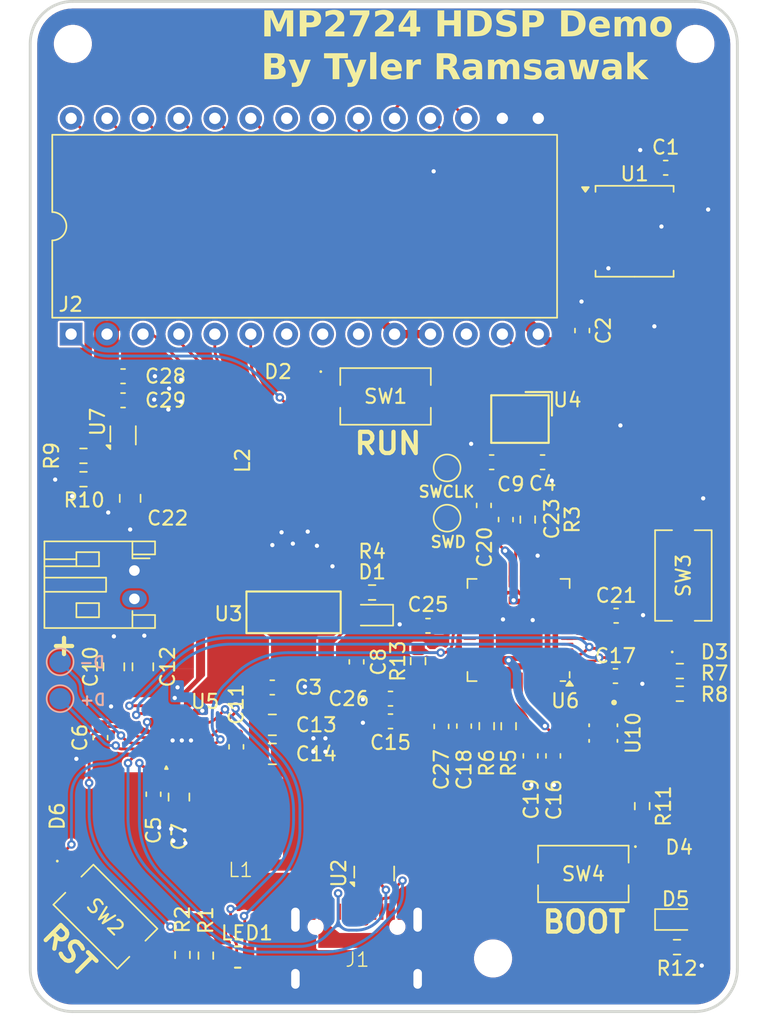
<source format=kicad_pcb>
(kicad_pcb (version 20240108) (generator "pcbnew") (generator_version "8.0")
  (layers (0 "F.Cu" signal) (1 "In1.Cu" signal) (2 "In2.Cu" signal) (31 "B.Cu" signal) (34 "B.Paste" user) (35 "F.Paste" user) (36 "B.SilkS" user "B.Silkscreen") (37 "F.SilkS" user "F.Silkscreen") (38 "B.Mask" user) (39 "F.Mask" user) (44 "Edge.Cuts" user))
  (net 0 "")
  (net 1 "GND")
  (net 2 "Net-(U5-IN)")
  (net 3 "Net-(U5-VCC)")
  (net 4 "+BATT")
  (net 5 "Net-(U5-PMID)")
  (net 6 "Net-(C9-Pad1)")
  (net 7 "VSYS")
  (net 8 "+3V3")
  (net 9 "+5V")
  (net 10 "/XIN")
  (net 11 "Net-(U5-BST)")
  (net 12 "Net-(D1-K)")
  (net 13 "+1V1")
  (net 14 "Net-(U7-SW)")
  (net 15 "Net-(U5-PG)")
  (net 16 "Net-(LED1-Pad2)")
  (net 17 "Net-(U5-STAT)")
  (net 18 "Net-(LED1-Pad1)")
  (net 19 "/RP_D+")
  (net 20 "/RP_D-")
  (net 21 "Net-(U7-FB)")
  (net 22 "Net-(U5-D+)")
  (net 23 "Net-(J1-CC2)")
  (net 24 "/MP_INT")
  (net 25 "Net-(J1-CC1)")
  (net 26 "Net-(U5-D-)")
  (net 27 "/MP_SCL")
  (net 28 "/MP_SDA")
  (net 29 "Net-(U6-SWCLK)")
  (net 30 "/D-")
  (net 31 "/D+")
  (net 32 "Net-(U6-SWD)")
  (net 33 "/WR")
  (net 35 "/RCLK")
  (net 36 "/A1")
  (net 37 "/QSPI_SD2")
  (net 40 "/A2")
  (net 43 "/RST")
  (net 46 "/QSPI_CS")
  (net 47 "/SRCLK")
  (net 48 "/QSPI_SD0")
  (net 49 "/XOUT")
  (net 52 "/QSPI_SCLK")
  (net 55 "/QSPI_SD1")
  (net 56 "/A0")
  (net 57 "/QSPI_SD3")
  (net 58 "/CE")
  (net 60 "/SER")
  (net 61 "/A3")
  (net 62 "Net-(U5-SW)")
  (net 65 "/D0")
  (net 66 "/D3")
  (net 67 "/D4")
  (net 68 "/D5")
  (net 69 "/D1")
  (net 70 "/D6")
  (net 72 "/D7")
  (net 73 "/D2")
  (net 85 "Net-(D2-K)")
  (net 86 "Net-(D3-K)")
  (net 87 "Net-(D4-K)")
  (net 88 "Net-(D6-K)")
  (net 89 "Net-(D5-K)")
  (net 90 "Net-(D5-A)")
  (footprint "Capacitor_SMD:C_0603_1608Metric" (layer "F.Cu") (at 203.75 99.95 180)
    (property "Reference" "C1")
    (property "Value" "100nF")
  )
  (footprint "LED_SMD:LED_0603_1608Metric" (layer "F.Cu") (at 204.485 153.05)
    (property "Reference" "D5")
    (property "Value" "LED")
  )
  (footprint "Capacitor_SMD:C_0603_1608Metric" (layer "F.Cu") (at 187.9 139.4125 -90)
    (property "Reference" "C27")
    (property "Value" "1uF")
  )
  (footprint "IC_W25Q16JVUXIQ_TR:IC_W25Q16JVUXIQ_TR" (layer "F.Cu") (at 199.34 139.88 -90)
    (property "Reference" "U10")
    (property "Value" "W25Q16JVUXIO")
  )
  (footprint "Capacitor_SMD:C_0603_1608Metric" (layer "F.Cu") (at 194.2 141.4925 -90)
    (property "Reference" "C19")
    (property "Value" "100nF")
  )
  (footprint "Capacitor_SMD:C_0603_1608Metric" (layer "F.Cu") (at 192.45 124.8 90)
    (property "Reference" "C23")
    (property "Value" "100nF")
  )
  (footprint "Capacitor_SMD:C_0603_1608Metric" (layer "F.Cu") (at 195.8 141.4925 -90)
    (property "Reference" "C16")
    (property "Value" "100nF")
  )
  (footprint "Button_Switch_SMD:SW_Tactile_SPST_NO_Straight_CK_PTS636Sx25SMTRLFS" (layer "F.Cu") (at 205 128.75 90)
    (property "Reference" "SW3")
    (property "Value" "SW_Push")
  )
  (footprint "Package_TO_SOT_SMD:SOT-563" (layer "F.Cu") (at 165.4 118.85 90)
    (property "Reference" "U7")
    (property "Value" "TPS61023DRLR")
  )
  (footprint "HPC5040NV:HPC 5040NV-1R0M" (layer "F.Cu") (at 173.7 145.6)
    (property "Reference" "L1")
    (property "Value" "1uH")
  )
  (footprint "Capacitor_SMD:C_0603_1608Metric" (layer "F.Cu") (at 167.55 144.2 -90)
    (property "Reference" "C5")
    (property "Value" "1uF")
  )
  (footprint "Resistor_SMD:R_0603_1608Metric" (layer "F.Cu") (at 204.55 155)
    (property "Reference" "R12")
    (property "Value" "1k")
  )
  (footprint "Capacitor_SMD:C_0603_1608Metric" (layer "F.Cu") (at 186.95 132.3 180)
    (property "Reference" "C25")
    (property "Value" "100nF")
  )
  (footprint "Resistor_SMD:R_0603_1608Metric" (layer "F.Cu") (at 192.65 139.3925 90)
    (property "Reference" "R5")
    (property "Value" "27.4")
  )
  (footprint "Capacitor_SMD:C_0603_1608Metric" (layer "F.Cu") (at 165.4 114.675)
    (property "Reference" "C28")
    (property "Value" "22uF")
  )
  (footprint "easyeda2kicad:CRYSTAL-SMD_4P-L3.2-W2.5-BL" (layer "F.Cu") (at 193.45 117.7 180)
    (property "Reference" "U4")
    (property "Value" "ABM8-272-T3_C20625731")
  )
  (footprint "Diode_SMD:D_0402_1005Metric" (layer "F.Cu") (at 205.3 134.15)
    (property "Reference" "D3")
    (property "Value" "ESD351")
  )
  (footprint "Connector_JST:JST_PH_S2B-PH-K_1x02_P2.00mm_Horizontal" (layer "F.Cu") (at 166.2 128.4 -90)
    (property "Reference" "BT1" (hide yes))
    (property "Value" "Battery")
  )
  (footprint "Diode_SMD:D_0402_1005Metric" (layer "F.Cu") (at 202.7 147.9)
    (property "Reference" "D4")
    (property "Value" "ESD351")
  )
  (footprint "Resistor_SMD:R_0603_1608Metric" (layer "F.Cu") (at 202.09 145.04 -90)
    (property "Reference" "R11")
    (property "Value" "1k")
  )
  (footprint "Diode_SMD:D_0402_1005Metric" (layer "F.Cu") (at 178.2825 114.35 180)
    (property "Reference" "D2")
    (property "Value" "ESD351")
  )
  (footprint "Resistor_SMD:R_0603_1608Metric" (layer "F.Cu") (at 191.1 139.3875 90)
    (property "Reference" "R6")
    (property "Value" "27.4")
  )
  (footprint "Capacitor_SMD:C_0603_1608Metric" (layer "F.Cu") (at 181.9 134.85 90)
    (property "Reference" "C8")
    (property "Value" "4.7uF")
  )
  (footprint "Resistor_SMD:R_0603_1608Metric" (layer "F.Cu") (at 183 129.95 180)
    (property "Reference" "R4")
    (property "Value" "1k")
  )
  (footprint "Capacitor_SMD:C_0603_1608Metric" (layer "F.Cu") (at 200.2 135.85)
    (property "Reference" "C17")
    (property "Value" "100nF")
  )
  (footprint "Capacitor_SMD:C_0805_2012Metric" (layer "F.Cu") (at 166.8 135.2 90)
    (property "Reference" "C12")
    (property "Value" "10uF")
  )
  (footprint "Capacitor_SMD:C_0805_2012Metric" (layer "F.Cu") (at 165.9 123.3 -90)
    (property "Reference" "C22")
    (property "Value" "10uF")
  )
  (footprint "Resistor_SMD:R_0603_1608Metric" (layer "F.Cu") (at 194 124.8 -90)
    (property "Reference" "R3")
    (property "Value" "1k")
  )
  (footprint "Resistor_SMD:R_0603_1608Metric" (layer "F.Cu") (at 171.25 155.6 -90)
    (property "Reference" "R1")
    (property "Value" "1k")
  )
  (footprint "Capacitor_SMD:C_0603_1608Metric" (layer "F.Cu") (at 163.8 140.2 -90)
    (property "Reference" "C6")
    (property "Value" "4.7uF")
  )
  (footprint "Resistor_SMD:R_0603_1608Metric" (layer "F.Cu") (at 162.6 120.3)
    (property "Reference" "R9")
    (property "Value" "732k")
  )
  (footprint "Package_SO:SSOP-16_5.3x6.2mm_P0.65mm" (layer "F.Cu") (at 201.55 104.435)
    (property "Reference" "U1")
    (property "Value" "74HC595")
  )
  (footprint "easyeda2kicad:LED-ARRAY-SMD_0603-4P-L1.6-W1.5-BR-RD" (layer "F.Cu") (at 173.5 155.7 180)
    (property "Reference" "LED1")
    (property "Value" "LTST-C195KGJRKT")
  )
  (footprint "Diode_SMD:D_0402_1005Metric" (layer "F.Cu") (at 160.75 147.8325 90)
    (property "Reference" "D6")
    (property "Value" "ESD351")
  )
  (footprint "Capacitor_SMD:C_0603_1608Metric" (layer "F.Cu") (at 200.25 131.59)
    (property "Reference" "C21")
    (property "Value" "100nF")
  )
  (footprint "Capacitor_SMD:C_0603_1608Metric" (layer "F.Cu") (at 184.3 139.05 180)
    (property "Reference" "C15")
    (property "Value" "100nF")
  )
  (footprint "Capacitor_SMD:C_0603_1608Metric" (layer "F.Cu") (at 190.9 123.8 90)
    (property "Reference" "C20")
    (property "Value" "1uF")
  )
  (footprint "MountingHole:MountingHole_2.2mm_M2" (layer "F.Cu") (at 205.85 91.2)
    (property "Reference" "H1" (hide yes))
    (property "Value" "MountingHole")
  )
  (footprint "Button_Switch_SMD:SW_Tactile_SPST_NO_Straight_CK_PTS636Sx25SMTRLFS" (layer "F.Cu") (at 164.15 152.85 -45)
    (property "Reference" "SW2")
    (property "Value" "SW_Push")
  )
  (footprint "LED_SMD:LED_0603_1608Metric" (layer "F.Cu") (at 183 131.55 180)
    (property "Reference" "D1")
    (property "Value" "LED")
  )
  (footprint "Capacitor_SMD:C_0603_1608Metric" (layer "F.Cu") (at 184.3 137.45 180)
    (property "Reference" "C26")
    (property "Value" "100nF")
  )
  (footprint "TestPoint:TestPoint_Pad_D1.5mm" (layer "F.Cu") (at 188.3 124.7)
    (property "Reference" "TP4" (hide yes))
    (property "Value" "TestPoint_Small")
  )
  (footprint "MountingHole:MountingHole_2.2mm_M2" (layer "F.Cu") (at 161.85 91.2)
    (property "Reference" "H3" (hide yes))
    (property "Value" "MountingHole")
  )
  (footprint "easyeda2kicad:SOT-223-3_L6.5-W3.4-P2.30-LS7.0-BR" (layer "F.Cu") (at 177.45 131.45 -90)
    (property "Reference" "U3")
    (property "Value" "AP2114HA-3.3TRG1")
  )
  (footprint "Capacitor_SMD:C_0805_2012Metric" (layer "F.Cu") (at 169.35 144.4 -90)
    (property "Reference" "C7")
    (property "Value" "10uF")
  )
  (footprint "Capacitor_SMD:C_0603_1608Metric" (layer "F.Cu") (at 189.5 139.3875 -90)
    (property "Reference" "C18")
    (property "Value" "100nF")
  )
  (footprint "Package_SON:USON-10_2.5x1.0mm_P0.5mm" (layer "F.Cu") (at 183.15 149.8 90)
    (property "Reference" "U2")
    (property "Value" "TPD4E05U06DQAR")
  )
  (footprint "MountingHole:MountingHole_2.2mm_M2" (layer "F.Cu") (at 191.55 155.8)
    (property "Reference" "H2" (hide yes))
    (property "Value" "MountingHole")
  )
  (footprint "Capacitor_SMD:C_0603_1608Metric" (layer "F.Cu") (at 191.45 120.75 180)
    (property "Reference" "C9")
    (property "Value" "15pF")
  )
  (footprint "Button_Switch_SMD:SW_Tactile_SPST_NO_Straight_CK_PTS636Sx25SMTRLFS" (layer "F.Cu") (at 183.95 116.1)
    (property "Reference" "SW1")
    (property "Value" "SW_Push")
  )
  (footprint "Package_DFN_QFN:QFN-56-1EP_7x7mm_P0.4mm_EP3.2x3.2mm" (layer "F.Cu") (at 193.35 132.6 180)
    (property "Reference" "U6")
    (property "Value" "RP2040")
  )
  (footprint "Capacitor_SMD:C_0805_2012Metric" (layer "F.Cu") (at 164.75 135.2 90)
    (property "Reference" "C10")
    (property "Value" "10uF")
  )
  (footprint "MP2724:MP2724GRH" (layer "F.Cu") (at 173.35 140 90)
    (property "Reference" "U5")
    (property "Value" "MP2724GRH")
  )
  (footprint "Capacitor_SMD:C_0603_1608Metric" (layer "F.Cu") (at 173.4 140.85 -90)
    (property "Reference" "C11")
    (property "Value" "22nF")
  )
  (footprint "Capacitor_SMD:C_0603_1608Metric" (layer "F.Cu") (at 175.945 136.66)
    (property "Reference" "C3")
    (property "Value" "4.7uF")
  )
  (footprint "Capacitor_SMD:C_0603_1608Metric" (layer "F.Cu") (at 197.85 111.45 90)
    (property "Reference" "C2")
    (property "Value" "100nF")
  )
  (footprint "Resistor_SMD:R_0603_1608Metric" (layer "F.Cu") (at 186.25 134.8 90)
    (property "Reference" "R13")
    (property "Value" "10k")
  )
  (footprint "Package_DIP:DIP-28_W15.24mm" (layer "F.Cu") (at 161.725 111.7 90)
    (property "Reference" "J2")
    (property "Value" "Conn_02x14_Counter_Clockwise")
  )
  (footprint "Resistor_SMD:R_0603_1608Metric" (layer "F.Cu") (at 162.6 121.95 180)
    (property "Reference" "R10")
    (property "Value" "100k")
  )
  (footprint "Resistor_SMD:R_0603_1608Metric" (layer "F.Cu") (at 204.75 137.1 180)
    (property "Reference" "R8")
    (property "Value" "10k")
  )
  (footprint "Capacitor_SMD:C_0805_2012Metric" (layer "F.Cu") (at 175.95 141.35)
    (property "Reference" "C14")
    (property "Value" "10uF")
  )
  (footprint "Resistor_SMD:R_0603_1608Metric" (layer "F.Cu") (at 169.6 155.55 -90)
    (property "Reference" "R2")
    (property "Value" "1k")
  )
  (footprint "Capacitor_SMD:C_0603_1608Metric" (layer "F.Cu") (at 165.4 116.375)
    (property "Reference" "C29")
    (property "Value" "22uF")
  )
  (footprint "Resistor_SMD:R_0603_1608Metric" (layer "F.Cu") (at 204.75 135.5 180)
    (property "Reference" "R7")
    (property "Value" "10k")
  )
  (footprint "Capacitor_SMD:C_0805_2012Metric" (layer "F.Cu") (at 175.95 139.3)
    (property "Reference" "C13")
    (property "Value" "10uF")
  )
  (footprint "Capacitor_SMD:C_0603_1608Metric" (layer "F.Cu") (at 195.05 120.75 180)
    (property "Reference" "C4")
    (property "Value" "15pF")
  )
  (footprint "UJ20:UJ20-C-H-G-SMT-1-P16-TR" (layer "F.Cu") (at 181.96 155.885)
    (property "Reference" "J1")
    (property "Value" "USB_C_Receptacle_USB2.0_16P")
  )
  (footprint "HPC5040NV:HPC 5040NV-1R0M" (layer "F.Cu") (at 169.95 120.625 90)
    (property "Reference" "L2")
    (property "Value" "1uH")
  )
  (footprint "Button_Switch_SMD:SW_Tactile_SPST_NO_Straight_CK_PTS636Sx25SMTRLFS" (layer "F.Cu") (at 197.93 149.83 180)
    (property "Reference" "SW4")
    (property "Value" "SW_Push")
  )
  (footprint "TestPoint:TestPoint_Pad_D1.5mm" (layer "F.Cu") (at 188.3 121.15)
    (property "Reference" "TP3" (hide yes))
    (property "Value" "TestPoint_Small")
  )
  (footprint "TestPoint:TestPoint_Pad_D1.5mm" (layer "B.Cu") (at 160.95 137.45 180)
    (property "Reference" "TP1" (hide yes))
    (property "Value" "TestPoint_Small" (hide yes))
  )
  (footprint "TestPoint:TestPoint_Pad_D1.5mm" (layer "B.Cu") (at 160.95 134.85 180)
    (property "Reference" "TP2" (hide yes))
    (property "Value" "TestPoint_Small" (hide yes))
  )
  (gr_arc (start 158.835 91.2) (mid 159.71368 89.07868) (end 161.835 88.2) (stroke (width 0.2)) (layer "Edge.Cuts"))
  (gr_arc (start 208.815 156.55) (mid 207.93632 158.67132) (end 205.815 159.55) (stroke (width 0.2)) (layer "Edge.Cuts"))
  (gr_line (start 205.815 159.55) (end 161.835 159.55) (stroke (width 0.2)) (layer "Edge.Cuts"))
  (gr_line (start 161.835 88.2) (end 205.815 88.2) (stroke (width 0.2)) (layer "Edge.Cuts"))
  (gr_line (start 208.815 91.2) (end 208.815 156.55) (stroke (width 0.2)) (layer "Edge.Cuts"))
  (gr_arc (start 205.815 88.2) (mid 207.93632 89.07868) (end 208.815 91.2) (stroke (width 0.2)) (layer "Edge.Cuts"))
  (gr_arc (start 161.835 159.55) (mid 159.71368 158.67132) (end 158.835 156.55) (stroke (width 0.2)) (layer "Edge.Cuts"))
  (gr_line (start 158.835 156.55) (end 158.835 91.2) (stroke (width 0.2)) (layer "Edge.Cuts"))
  (gr_text "D-" (at 164.2 135.35 0) (layer "B.SilkS") (effects (font (size 0.8 0.8) (thickness 0.15) (bold yes)) (justify left bottom mirror)))
  (gr_text "D+" (at 164.25 138 0) (layer "B.SilkS") (effects (font (size 0.8 0.8) (thickness 0.15) (bold yes)) (justify left bottom mirror)))
  (gr_text "RUN" (at 181.6 120.3 0) (layer "F.SilkS") (effects (font (size 1.5 1.5) (thickness 0.3) (bold yes)) (justify left bottom)))
  (gr_text "SWCLK" (at 186.2 123.3 0) (layer "F.SilkS") (effects (font (size 0.8 0.8) (thickness 0.15) (bold yes)) (justify left bottom)))
  (gr_text "+" (at 160.1 134.5 0) (layer "F.SilkS") (effects (font (size 1.5 1.5) (thickness 0.3) (bold yes)) (justify left bottom)))
  (gr_text "BOOT" (at 194.9 154.1 0) (layer "F.SilkS") (effects (font (size 1.5 1.5) (thickness 0.3) (bold yes)) (justify left bottom)))
  (gr_text "RST" (at 159.4 154.25 -45) (layer "F.SilkS") (effects (font (size 1.5 1.5) (thickness 0.3) (bold yes)) (justify left bottom)))
  (gr_text "MP2724 HDSP Demo\nBy Tyler Ramsawak" (at 175.15 94 0) (layer "F.SilkS") (effects (font (size 1.8 1.8) (thickness 0.3) (bold yes)) (justify left bottom)))
  (gr_text "SWD" (at 187.05 126.85 0) (layer "F.SilkS") (effects (font (size 0.8 0.8) (thickness 0.15) (bold yes)) (justify left bottom)))
  (segment (start 170.225 140.425) (end 170.2 140.4) (width 0.2) (layer "F.Cu") (net 1))
  (segment (start 166.962132 139.8) (end 167.65 139.8) (width 0.2) (layer "F.Cu") (net 1))
  (segment (start 170.25 140.485355) (end 170.25 141.45) (width 0.2) (layer "F.Cu") (net 1))
  (segment (start 168.9 140.4) (end 169.55 140.4) (width 0.2) (layer "F.Cu") (net 1))
  (segment (start 194.35 127.947487) (end 194.35 129.1625) (width 0.2) (layer "F.Cu") (net 1))
  (segment (start 183.15 149.415) (end 183.15 150.185) (width 0.2) (layer "F.Cu") (net 1))
  (segment (start 194.7 127.35) (end 194.525 127.525) (width 0.2) (layer "F.Cu") (net 1))
  (segment (start 169.55 140.4) (end 170.2 140.4) (width 0.2) (layer "F.Cu") (net 1))
  (segment (start 166.6 139.65) (end 166.45 139.5) (width 0.2) (layer "F.Cu") (net 1))
  (via (at 180.2 128.1) (size 0.6) (drill 0.3) (layers "F.Cu" "B.Cu") (net 1))
  (via (at 168.9 140.4) (size 0.6) (drill 0.3) (layers "F.Cu" "B.Cu") (net 1))
  (via (at 202.95 111.15) (size 0.6) (drill 0.3) (layers "F.Cu" "B.Cu") (net 1))
  (via (at 206.75 102.9) (size 0.6) (drill 0.3) (layers "F.Cu" "B.Cu") (net 1))
  (via (at 202.1 136.4) (size 0.6) (drill 0.3) (layers "F.Cu" "B.Cu") (net 1))
  (via (at 161.8 123.15) (size 0.6) (drill 0.3) (layers "F.Cu" "B.Cu") (net 1))
  (via (at 169.5 114.925) (size 0.6) (drill 0.3) (layers "F.Cu" "B.Cu") (net 1))
  (via (at 167.6 116.325) (size 0.6) (drill 0.3) (layers "F.Cu" "B.Cu") (net 1))
  (via (at 168.65 115.55) (size 0.6) (drill 0.3) (layers "F.Cu" "B.Cu") (net 1))
  (via (at 169.55 140.4) (size 0.6) (drill 0.3) (layers "F.Cu" "B.Cu") (net 1))
  (via (at 169.75 146.75) (size 0.6) (drill 0.3) (layers "F.Cu" "B.Cu") (net 1))
  (via (at 202.15 131.55) (size 0.6) (drill 0.3) (layers "F.Cu" "B.Cu") (net 1))
  (via (at 160.6 121.975) (size 0.6) (drill 0.3) (layers "F.Cu" "B.Cu") (net 1))
  (via (at 192.25 131.85) (size 0.6) (drill 0.3) (layers "F.Cu" "B.Cu") (net 1))
  (via (at 169.8 147.65) (size 0.6) (drill 0.3) (layers "F.Cu" "B.Cu") (net 1))
  (via (at 195.85 143.55) (size 0.6) (drill 0.3) (layers "F.Cu" "B.Cu") (net 1))
  (via (at 168.8 146.65) (size 0.6) (drill 0.3) (layers "F.Cu" "B.Cu") (net 1))
  (via (at 200.55 118.15) (size 0.6) (drill 0.3) (layers "F.Cu" "B.Cu") (net 1))
  (via (at 182.35 137.5) (size 0.6) (drill 0.3) (layers "F.Cu" "B.Cu") (net 1))
  (via (at 168.6 117.025) (size 0.6) (drill 0.3) (layers "F.Cu" "B.Cu") (net 1))
  (via (at 184.95 132.2) (size 0.6) (drill 0.3) (layers "F.Cu" "B.Cu") (net 1))
  (via (at 164.55 138) (size 0.6) (drill 0.3) (layers "F.Cu" "B.Cu") (net 1))
  (via (at 167.65 114.675) (size 0.6) (drill 0.3) (layers "F.Cu" "B.Cu") (net 1))
  (via (at 178.85 140.25) (size 0.6) (drill 0.3) (layers "F.Cu" "B.Cu") (net 1))
  (via (at 167.95 146.55) (size 0.6) (drill 0.3) (layers "F.Cu" "B.Cu") (net 1))
  (via (at 175.95 126.6) (size 0.6) (drill 0.3) (layers "F.Cu" "B.Cu") (net 1))
  (via (at 201.95 98.7) (size 0.6) (drill 0.3) (layers "F.Cu" "B.Cu") (net 1))
  (via (at 206.3 156.3) (size 0.6) (drill 0.3) (layers "F.Cu" "B.Cu") (net 1))
  (via (at 179.1 126.65) (size 0.6) (drill 0.3) (layers "F.Cu" "B.Cu") (net 1))
  (via (at 179.7 141.2) (size 0.6) (drill 0.3) (layers "F.Cu" "B.Cu") (net 1))
  (via (at 176.6 125.7) (size 0.6) (drill 0.3) (layers "F.Cu" "B.Cu") (net 1))
  (via (at 169.5 116.475) (size 0.6) (drill 0.3) (layers "F.Cu" "B.Cu") (net 1))
  (via (at 178.85 141.2) (size 0.6) (drill 0.3) (layers "F.Cu" "B.Cu") (net 1))
  (via (at 177.4 126.5) (size 0.6) (drill 0.3) (layers "F.Cu" "B.Cu") (net 1))
  (via (at 194.25 143.55) (size 0.6) (drill 0.3) (layers "F.Cu" "B.Cu") (net 1))
  (via (at 206.4 123.3) (size 0.6) (drill 0.3) (layers "F.Cu" "B.Cu") (net 1))
  (via (at 170.2 140.4) (size 0.6) (drill 0.3) (layers "F.Cu" "B.Cu") (net 1))
  (via (at 178.25 136.6) (size 0.6) (drill 0.3) (layers "F.Cu" "B.Cu") (net 1))
  (via (at 199.7 107.05) (size 0.6) (drill 0.3) (layers "F.Cu" "B.Cu") (net 1))
  (via (at 178.45 125.65) (size 0.6) (drill 0.3) (layers "F.Cu" "B.Cu") (net 1))
  (via (at 182.35 139.15) (size 0.6) (drill 0.3) (layers "F.Cu" "B.Cu") (net 1))
  (via (at 164.75 133.05) (size 0.6) (drill 0.3) (layers "F.Cu" "B.Cu") (net 1))
  (via (at 190 119.45) (size 0.6) (drill 0.3) (layers "F.Cu" "B.Cu") (net 1))
  (via (at 166.9 133) (size 0.6) (drill 0.3) (layers "F.Cu" "B.Cu") (net 1))
  (via (at 162.1 141.7) (size 0.6) (drill 0.3) (layers "F.Cu" "B.Cu") (net 1))
  (via (at 194.7 127.35) (size 0.6) (drill 0.3) (layers "F.Cu" "B.Cu") (net 1))
  (via (at 164.35 124.3) (size 0.6) (drill 0.3) (layers "F.Cu" "B.Cu") (net 1))
  (via (at 165.9 125.5) (size 0.6) (drill 0.3) (layers "F.Cu" "B.Cu") (net 1))
  (via (at 195.7 122.05) (size 0.6) (drill 0.3) (layers "F.Cu" "B.Cu") (net 1))
  (via (at 168.95 147.5) (size 0.6) (drill 0.3) (layers "F.Cu" "B.Cu") (net 1))
  (via (at 197.8 109.4) (size 0.6) (drill 0.3) (layers "F.Cu" "B.Cu") (net 1))
  (via (at 203.45 104.1) (size 0.6) (drill 0.3) (layers "F.Cu" "B.Cu") (net 1))
  (via (at 194.35 131.9) (size 0.6) (drill 0.3) (layers "F.Cu" "B.Cu") (net 1))
  (via (at 179.7 140.25) (size 0.6) (drill 0.3) (layers "F.Cu" "B.Cu") (net 1))
  (via (at 187.35 100.2) (size 0.6) (drill 0.3) (layers "F.Cu" "B.Cu") (net 1))
  (arc (start 170.225 140.425) (mid 170.243502 140.452691) (end 170.25 140.485355) (width 0.2) (layer "F.Cu") (net 1))
  (arc (start 166.6 139.65) (mid 166.766147 139.761016) (end 166.962132 139.8) (width 0.2) (layer "F.Cu") (net 1))
  (arc (start 194.525 127.525) (mid 194.395481 127.718838) (end 194.35 127.947487) (width 0.2) (layer "F.Cu") (net 1))
  (segment (start 167.55 143.425) (end 167.55 143.25) (width 0.2) (layer "F.Cu") (net 2))
  (segment (start 169.975 154.775) (end 171.25 154.775) (width 0.2) (layer "F.Cu") (net 3))
  (segment (start 166.898007 140.2) (end 167.65 140.2) (width 0.2) (layer "F.Cu") (net 3))
  (segment (start 169.975 154.775) (end 168.75 153.55) (width 0.2) (layer "F.Cu") (net 3))
  (segment (start 163 143.4) (end 163 140.790685) (width 0.2) (layer "F.Cu") (net 3))
  (segment (start 164.365685 139.425) (end 165.026992 139.425) (width 0.2) (layer "F.Cu") (net 3))
  (via (at 168.75 153.55) (size 0.6) (drill 0.3) (layers "F.Cu" "B.Cu") (net 3))
  (via (at 163 143.4) (size 0.6) (drill 0.3) (layers "F.Cu" "B.Cu") (net 3))
  (arc (start 165.9625 139.8125) (mid 165.533285 139.525707) (end 165.026992 139.425) (width 0.2) (layer "F.Cu") (net 3))
  (arc (start 163.4 139.825) (mid 163.103956 140.26806) (end 163 140.790685) (width 0.2) (layer "F.Cu") (net 3))
  (arc (start 165.9625 139.8125) (mid 166.391714 140.099292) (end 166.898007 140.2) (width 0.2) (layer "F.Cu") (net 3))
  (arc (start 164.365685 139.425) (mid 163.84306 139.528956) (end 163.4 139.825) (width 0.2) (layer "F.Cu") (net 3))
  (segment (start 168.75 153.55) (end 164.555634 149.355634) (width 0.2) (layer "B.Cu") (net 3))
  (segment (start 163 143.4) (end 163 145.6) (width 0.2) (layer "B.Cu") (net 3))
  (arc (start 163 145.6) (mid 163.404296 147.632534) (end 164.555634 149.355634) (width 0.2) (layer "B.Cu") (net 3))
  (via (at 169.25 136.65) (size 0.6) (drill 0.3) (layers "F.Cu" "B.Cu") (net 4))
  (via (at 171 138.3) (size 0.6) (drill 0.3) (layers "F.Cu" "B.Cu") (net 4))
  (via (at 169.05 137.4) (size 0.6) (drill 0.3) (layers "F.Cu" "B.Cu") (net 4))
  (segment (start 169.35 141.45) (end 169.35 143.45) (width 0.2) (layer "F.Cu") (net 5))
  (segment (start 194 123.1875) (end 194 123.975) (width 0.2) (layer "F.Cu") (net 6))
  (segment (start 192.394194 120.794194) (end 193.443153 121.843153) (width 0.2) (layer "F.Cu") (net 6))
  (segment (start 192.287499 120.687499) (end 192.269194 120.705805) (width 0.2) (layer "F.Cu") (net 6))
  (segment (start 192.35 120.536611) (end 192.35 118.55) (width 0.2) (layer "F.Cu") (net 6))
  (arc (start 192.35 120.536611) (mid 192.333756 120.618271) (end 192.287499 120.687499) (width 0.2) (layer "F.Cu") (net 6))
  (arc (start 192.394194 120.794194) (mid 192.345242 120.761485) (end 192.2875 120.75) (width 0.2) (layer "F.Cu") (net 6))
  (arc (start 192.269194 120.705805) (mid 192.263582 120.734018) (end 192.2875 120.75) (width 0.2) (layer "F.Cu") (net 6))
  (arc (start 193.443153 121.843153) (mid 193.85528 122.459944) (end 194 123.1875) (width 0.2) (layer "F.Cu") (net 6))
  (segment (start 175.4 141.75) (end 175 141.35) (width 0.2) (layer "F.Cu") (net 7))
  (segment (start 175.08 139.22) (end 175 139.3) (width 0.2) (layer "F.Cu") (net 7))
  (segment (start 198.332372 142.716196) (end 198.799092 142.716196) (width 0.2) (layer "F.Cu") (net 8))
  (segment (start 189.9125 131.6) (end 190.8125 131.6) (width 0.2) (layer "F.Cu") (net 8))
  (segment (start 189.905428 135.2) (end 189.8 135.2) (width 0.2) (layer "F.Cu") (net 8))
  (segment (start 192.75 136.4375) (end 193.15 136.0375) (width 0.2) (layer "F.Cu") (net 8))
  (segment (start 199.79655 142.253449) (end 199.711902 142.338098) (width 0.2) (layer "F.Cu") (net 8))
  (segment (start 193.56797 138.297821) (end 193.118526 137.848377) (width 0.2) (layer "F.Cu") (net 8))
  (segment (start 200.09 141.545) (end 200.09 141.13) (width 0.2) (layer "F.Cu") (net 8))
  (segment (start 182.127902 131.572097) (end 179.91617 133.783829) (width 0.2) (layer "F.Cu") (net 8))
  (segment (start 192.75 136.4375) (end 192.75 136.958675) (width 0.2) (layer "F.Cu") (net 8))
  (segment (start 196.70625 135.2) (end 195.9625 135.2) (width 0.2) (layer "F.Cu") (net 8))
  (segment (start 193.15 129.525848) (end 193.15 129.1625) (width 0.2) (layer "F.Cu") (net 8))
  (segment (start 196.7875 131.6) (end 196.0875 131.6) (width 0.2) (layer "F.Cu") (net 8))
  (segment (start 203.782537 138.15) (end 203.125 138.15) (width 0.2) (layer "F.Cu") (net 8))
  (segment (start 195.990749 141.5) (end 195.535811 141.5) (width 0.2) (layer "F.Cu") (net 8))
  (segment (start 193.27057 129.81693) (end 193.39114 129.9375) (width 0.2) (layer "F.Cu") (net 8))
  (segment (start 182.18125 131.55) (end 182.2125 131.55) (width 0.2) (layer "F.Cu") (net 8))
  (segment (start 188.075 131.95) (end 187.725 132.3) (width 0.2) (layer "F.Cu") (net 8))
  (segment (start 194.2 139.823675) (end 194.2 140.7175) (width 0.2) (layer "F.Cu") (net 8))
  (segment (start 199.47 131.595) (end 199.475 131.59) (width 0.2) (layer "F.Cu") (net 8))
  (segment (start 199.425 135.85) (end 200.73505 137.16005) (width 0.2) (layer "F.Cu") (net 8))
  (segment (start 194.59125 141.10875) (end 194.2 140.7175) (width 0.2) (layer "F.Cu") (net 8))
  (segment (start 192.75 135.7875) (end 192.75 136.0375) (width 0.2) (layer "F.Cu") (net 8))
  (segment (start 192.60026 126.15026) (end 192.8 126.35) (width 0.2) (layer "F.Cu") (net 8))
  (segment (start 193.15 129.1625) (end 193.15 127.194974) (width 0.2) (layer "F.Cu") (net 8))
  (segment (start 179.75 134.185) (end 179.75 134.42) (width 0.2) (layer "F.Cu") (net 8))
  (segment (start 196.7875 131.6) (end 199.457928 131.6) (width 0.2) (layer "F.Cu") (net 8))
  (segment (start 188.919974 131.6) (end 189.9125 131.6) (width 0.2) (layer "F.Cu") (net 8))
  (segment (start 192.45 125.7875) (end 192.45 125.575) (width 0.2) (layer "F.Cu") (net 8))
  (segment (start 205.05 137.625) (end 205.575 137.1) (width 0.2) (layer "F.Cu") (net 8))
  (segment (start 196.864294 142.108098) (end 196.443895 141.687699) (width 0.2) (layer "F.Cu") (net 8))
  (segment (start 196.86875 135.2) (end 196.70625 135.2) (width 0.2) (layer "F.Cu") (net 8))
  (segment (start 185.075 137.45) (end 184.748696 137.45) (width 0.2) (layer "F.Cu") (net 8))
  (segment (start 197.007452 135.257452) (end 197.275 135.525) (width 0.2) (layer "F.Cu") (net 8))
  (segment (start 205.575 137.1) (end 205.575 135.5) (width 0.2) (layer "F.Cu") (net 8))
  (segment (start 189.9075 135.205) (end 189.9025 135.21) (width 0.2) (layer "F.Cu") (net 8))
  (segment (start 199.425 135.85) (end 198.059619 135.85) (width 0.2) (layer "F.Cu") (net 8))
  (arc (start 196.864294 142.108098) (mid 197.537853 142.558156) (end 198.332372 142.716196) (width 0.2) (layer "F.Cu") (net 8))
  (arc (start 189.9075 135.205) (mid 189.908134 135.201808) (end 189.905428 135.2) (width 0.2) (layer "F.Cu") (net 8))
  (arc (start 193.15 129.525848) (mid 193.181335 129.68338) (end 193.27057 129.81693) (width 0.2) (layer "F.Cu") (net 8))
  (arc (start 194.59125 141.10875) (mid 195.024618 141.398317) (end 195.535811 141.5) (width 0.2) (layer "F.Cu") (net 8))
  (arc (start 193.56797 138.297821) (mid 194.03574 138.997889) (end 194.2 139.823675) (width 0.2) (layer "F.Cu") (net 8))
  (arc (start 192.45 125.7875) (mid 192.489051 125.983824) (end 192.60026 126.15026) (width 0.2) (layer "F.Cu") (net 8))
  (arc (start 197.007452 135.257452) (mid 196.943815 135.214931) (end 196.86875 135.2) (width 0.2) (layer "F.Cu") (net 8))
  (arc (start 200.09 141.545) (mid 200.013734 141.928409) (end 199.79655 142.253449) (width 0.2) (layer "F.Cu") (net 8))
  (arc (start 179.91617 133.783829) (mid 179.793186 133.967888) (end 179.75 134.185) (width 0.2) (layer "F.Cu") (net 8))
  (arc (start 196.443895 141.687699) (mid 196.23599 141.548781) (end 195.990749 141.5) (width 0.2) (layer "F.Cu") (net 8))
  (arc (start 200.73505 137.16005) (mid 201.831568 137.89272) (end 203.125 138.15) (width 0.2) (layer "F.Cu") (net 8))
  (arc (start 192.75 136.958675) (mid 192.845776 137.440178) (end 193.118526 137.848377) (width 0.2) (layer "F.Cu") (net 8))
  (arc (start 197.275 135.525) (mid 197.634986 135.765535) (end 198.059619 135.85) (width 0.2) (layer "F.Cu") (net 8))
  (arc (start 199.711902 142.338098) (mid 199.293101 142.617931) (end 198.799092 142.716196) (width 0.2) (layer "F.Cu") (net 8))
  (arc (start 205.05 137.625) (mid 204.468483 138.013556) (end 203.782537 138.15) (width 0.2) (layer "F.Cu") (net 8))
  (arc (start 188.919974 131.6) (mid 188.462677 131.690962) (end 188.075 131.95) (width 0.2) (layer "F.Cu") (net 8))
  (arc (start 192.8 126.35) (mid 193.059037 126.737677) (end 193.15 127.194974) (width 0.2) (layer "F.Cu") (net 8))
  (arc (start 199.47 131.595) (mid 199.464461 131.5987) (end 199.457928 131.6) (width 0.2) (layer "F.Cu") (net 8))
  (arc (start 182.18125 131.55) (mid 182.152378 131.555742) (end 182.127902 131.572097) (width 0.2) (layer "F.Cu") (net 8))
  (segment (start 198.518792 100.568792) (end 201.234834 103.284834) (width 0.2) (layer "F.Cu") (net 9))
  (segment (start 204.30125 106.06) (end 204.9625 106.06) (width 0.2) (layer "F.Cu") (net 9))
  (segment (start 201.5 104.675) (end 201.5 108.4) (width 0.2) (layer "F.Cu") (net 9))
  (segment (start 184.585 111.7) (end 182.285 109.4) (width 0.6) (layer "F.Cu") (net 9))
  (segment (start 190.818654 109.4) (end 168.191345 109.4) (width 0.9) (layer "F.Cu") (net 9))
  (segment (start 194.4825 111.4375) (end 195.0075 111.9625) (width 0.9) (layer "F.Cu") (net 9))
  (segment (start 203.172425 106.527574) (end 201.641421 108.058578) (width 0.2) (layer "F.Cu") (net 9))
  (segment (start 198.492937 112.057062) (end 201.3409 109.209099) (width 0.2) (layer "F.Cu") (net 9))
  (segment (start 201.5 108.8) (end 201.5 108.825) (width 0.2) (layer "F.Cu") (net 9))
  (segment (start 197.6125 112.225) (end 195.641231 112.225) (width 0.6) (layer "F.Cu") (net 9))
  (segment (start 193.595 110.55) (end 194.4825 111.4375) (width 0.9) (layer "F.Cu") (net 9))
  (segment (start 204.74375 102.16) (end 204.30125 102.16) (width 0.2) (layer "F.Cu") (net 9))
  (segment (start 201.5 108.4) (end 201.5 108.8) (width 0.2) (layer "F.Cu") (net 9))
  (segment (start 188.3825 97.7175) (end 187.125 96.46) (width 0.2) (layer "F.Cu") (net 9))
  (segment (start 204.525 101.94125) (end 204.525 99.95) (width 0.2) (layer "F.Cu") (net 9))
  (segment (start 164.445 111.88) (end 164.625 112.06) (width 0.6) (layer "F.Cu") (net 9))
  (segment (start 194.671036 98.975) (end 191.418373 98.975) (width 0.2) (layer "F.Cu") (net 9))
  (segment (start 201.5 104.675) (end 201.5 103.925) (width 0.2) (layer "F.Cu") (net 9))
  (segment (start 201.5 108.8) (end 201.5 108.4) (width 0.2) (layer "F.Cu") (net 9))
  (segment (start 164.445 111.52) (end 165.415 110.55) (width 0.9) (layer "F.Cu") (net 9))
  (segment (start 201.765164 104.034834) (end 203.172425 102.627574) (width 0.2) (layer "F.Cu") (net 9))
  (segment (start 198.0875 112.225) (end 197.6125 112.225) (width 0.2) (layer "F.Cu") (net 9))
  (segment (start 184.585 111.7) (end 187.125 111.7) (width 0.6) (layer "F.Cu") (net 9))
  (arc (start 188.3825 97.7175) (mid 189.77537 98.648186) (end 191.418373 98.975) (width 0.2) (layer "F.Cu") (net 9))
  (arc (start 193.595 110.55) (mid 192.321201 109.698875) (end 190.818654 109.4) (width 0.9) (layer "F.Cu") (net 9))
  (arc (start 201.5 108.825) (mid 201.458651 109.032872) (end 201.3409 109.209099) (width 0.2) (layer "F.Cu") (net 9))
  (arc (start 198.518792 100.568792) (mid 196.753426 99.389213) (end 194.671036 98.975) (width 0.2) (layer "F.Cu") (net 9))
  (arc (start 201.641421 108.058578) (mid 201.536754 108.215223) (end 201.5 108.4) (width 0.2) (layer "F.Cu") (net 9))
  (arc (start 204.30125 102.16) (mid 203.690334 102.281518) (end 203.172425 102.627574) (width 0.2) (layer "F.Cu") (net 9))
  (arc (start 198.492937 112.057062) (mid 198.306921 112.181354) (end 198.0875 112.225) (width 0.2) (layer "F.Cu") (net 9))
  (arc (start 195.0075 111.9625) (mid 195.298258 112.156778) (end 195.641231 112.225) (width 0.6) (layer "F.Cu") (net 9))
  (arc (start 204.30125 106.06) (mid 203.690334 106.181518) (end 203.172425 106.527574) (width 0.2) (layer "F.Cu") (net 9))
  (arc (start 168.191345 109.4) (mid 166.688798 109.698875) (end 165.415 110.55) (width 0.9) (layer "F.Cu") (net 9))
  (arc (start 164.445 111.52) (mid 164.370441 111.7) (end 164.445 111.88) (width 0.9) (layer "F.Cu") (net 9))
  (arc (start 201.765164 104.034834) (mid 201.568913 104.328544) (end 201.5 104.675) (width 0.2) (layer "F.Cu") (net 9))
  (arc (start 201.5 103.925) (mid 201.595887 104.068505) (end 201.765164 104.034834) (width 0.2) (layer "F.Cu") (net 9))
  (arc (start 201.234834 103.284834) (mid 201.431085 103.578544) (end 201.5 103.925) (width 0.2) (layer "F.Cu") (net 9))
  (arc (start 204.525 101.94125) (mid 204.58907 102.095929) (end 204.74375 102.16) (width 0.2) (layer "F.Cu") (net 9))
  (arc (start 204.74375 102.16) (mid 204.74375 102.16) (end 204.74375 102.16) (width 0.2) (layer "F.Cu") (net 9))
  (segment (start 193.95 127.733363) (end 193.95 129.1625) (width 0.2) (layer "F.Cu") (net 10))
  (segment (start 193.55 118.215685) (end 193.55 119.512347) (width 0.2) (layer "F.Cu") (net 10))
  (segment (start 194.025 120.5) (end 194.525 121) (width 0.2) (layer "F.Cu") (net 10))
  (segment (start 194.775 121.603553) (end 194.775 125.741636) (width 0.2) (layer "F.Cu") (net 10))
  (segment (start 194.45 116.85) (end 194.55 116.85) (width 0.2) (layer "F.Cu") (net 10))
  (segment (start 194.025 120.5) (end 193.9125 120.3875) (width 0.2) (layer "F.Cu") (net 10))
  (segment (start 193.949999 117.249999) (end 194.279289 116.92071) (width 0.2) (layer "F.Cu") (net 10))
  (arc (start 194.45 116.85) (mid 194.357611 116.868376) (end 194.279289 116.92071) (width 0.2) (layer "F.Cu") (net 10))
  (arc (start 193.949999 117.249999) (mid 193.653956 117.693059) (end 193.55 118.215685) (width 0.2) (layer "F.Cu") (net 10))
  (arc (start 194.525 121) (mid 194.710027 121.276912) (end 194.775 121.603553) (width 0.2) (layer "F.Cu") (net 10))
  (arc (start 194.775 125.741636) (mid 194.667794 126.280593) (end 194.3625 126.7375) (width 0.2) (layer "F.Cu") (net 10))
  (arc (start 193.55 119.512347) (mid 193.64421 119.985976) (end 193.9125 120.3875) (width 0.2) (layer "F.Cu") (net 10))
  (arc (start 194.3625 126.7375) (mid 194.057205 127.194405) (end 193.95 127.733363) (width 0.2) (layer "F.Cu") (net 10))
  (segment (start 171.897487 141.552512) (end 173.366161 140.083838) (width 0.2) (layer "F.Cu") (net 11))
  (segment (start 171.3 141.8) (end 171.056066 141.8) (width 0.2) (layer "F.Cu") (net 11))
  (segment (start 173.3875 140.075) (end 173.4 140.075) (width 0.2) (layer "F.Cu") (net 11))
  (segment (start 170.875 141.725) (end 170.8 141.65) (width 0.2) (layer "F.Cu") (net 11))
  (arc (start 170.875 141.725) (mid 170.958073 141.780508) (end 171.056066 141.8) (width 0.2) (layer "F.Cu") (net 11))
  (arc (start 173.3875 140.075) (mid 173.375951 140.077296) (end 173.366161 140.083838) (width 0.2) (layer "F.Cu") (net 11))
  (arc (start 171.897487 141.552512) (mid 171.623357 141.735679) (end 171.3 141.8) (width 0.2) (layer "F.Cu") (net 11))
  (segment (start 183.80625 131.53125) (end 183.7875 131.55) (width 0.2) (layer "F.Cu") (net 12))
  (segment (start 183.825 131.485983) (end 183.825 129.95) (width 0.2) (layer "F.Cu") (net 12))
  (arc (start 183.825 131.485983) (mid 183.820127 131.510481) (end 183.80625 131.53125) (width 0.2) (layer "F.Cu") (net 12))
  (segment (start 195.8 140.340833) (end 195.8 140.7175) (width 0.2) (layer "F.Cu") (net 13))
  (segment (start 195.214167 139.378332) (end 194.14279 138.306955) (width 0.2) (layer "F.Cu") (net 13))
  (segment (start 191.349492 136.771867) (end 191.44818 136.67318) (width 0.2) (layer "F.Cu") (net 13))
  (segment (start 192.75 127.597487) (end 192.75 129.1625) (width 0.2) (layer "F.Cu") (net 13))
  (segment (start 193.55 136.875832) (end 193.55 136.0375) (width 0.2) (layer "F.Cu") (net 13))
  (segment (start 192.4 127) (end 191.227036 125.827036) (width 0.2) (layer "F.Cu") (net 13))
  (segment (start 190.9 125.0375) (end 190.9 124.575) (width 0.2) (layer "F.Cu") (net 13))
  (segment (start 191.55 136.427364) (end 191.55 136.0375) (width 0.2) (layer "F.Cu") (net 13))
  (segment (start 192.4 127) (end 192.575 127.175) (width 0.2) (layer "F.Cu") (net 13))
  (segment (start 195.214167 139.378333) (end 195.533656 139.697822) (width 0.2) (layer "F.Cu") (net 13))
  (segment (start 189.2 138.5875) (end 189.2 138.5425) (width 0.2) (layer "F.Cu") (net 13))
  (segment (start 191.334367 136.778132) (end 189.5 138.6125) (width 0.2) (layer "F.Cu") (net 13))
  (segment (start 195.214167 139.378332) (end 195.214167 139.378333) (width 0.2) (layer "F.Cu") (net 13))
  (via (at 193 130.499998) (size 0.6) (drill 0.3) (layers "F.Cu" "B.Cu") (net 13))
  (via (at 195.214167 139.378333) (size 0.6) (drill 0.3) (layers "F.Cu" "B.Cu") (net 13))
  (via (at 192.4 127) (size 0.6) (drill 0.3) (layers "F.Cu" "B.Cu") (net 13))
  (via (at 192.65 134.7375) (size 0.6) (drill 0.3) (layers "F.Cu" "B.Cu") (net 13))
  (arc (start 191.34193 136.775) (mid 191.337837 136.775813) (end 191.334367 136.778132) (width 0.2) (layer "F.Cu") (net 13))
  (arc (start 191.349492 136.771867) (mid 191.346022 136.774185) (end 191.34193 136.775) (width 0.2) (layer "F.Cu") (net 13))
  (arc (start 191.55 136.427364) (mid 191.523537 136.560398) (end 191.44818 136.67318) (width 0.2) (layer "F.Cu") (net 13))
  (arc (start 190.9 125.0375) (mid 190.984993 125.464794) (end 191.227036 125.827036) (width 0.2) (layer "F.Cu") (net 13))
  (arc (start 193.55 136.875832) (mid 193.704061 137.65035) (end 194.14279 138.306955) (width 0.2) (layer "F.Cu") (net 13))
  (arc (start 195.533656 139.697822) (mid 195.730779 139.992838) (end 195.8 140.340833) (width 0.2) (layer "F.Cu") (net 13))
  (arc (start 192.575 127.175) (mid 192.704518 127.368838) (end 192.75 127.597487) (width 0.2) (layer "F.Cu") (net 13))
  (segment (start 193.984212 138.148378) (end 195.214167 139.378333) (width 0.6) (layer "B.Cu") (net 13))
  (segment (start 192.65 134.7375) (end 192.95 135.0375) (width 0.6) (layer "B.Cu") (net 13))
  (segment (start 193.25 136.375833) (end 193.25 135.761764) (width 0.6) (layer "B.Cu") (net 13))
  (segment (start 193 130.499998) (end 193 128.024264) (width 0.6) (layer "B.Cu") (net 13))
  (segment (start 192.4 127) (end 192.7 127.3) (width 0.6) (layer "B.Cu") (net 13))
  (arc (start 193.25 136.375833) (mid 193.440815 137.335127) (end 193.984212 138.148378) (width 0.6) (layer "B.Cu") (net 13))
  (arc (start 192.95 135.0375) (mid 193.172032 135.369795) (end 193.25 135.761764) (width 0.6) (layer "B.Cu") (net 13))
  (arc (start 192.7 127.3) (mid 192.922032 127.632295) (end 193 128.024264) (width 0.6) (layer "B.Cu") (net 13))
  (segment (start 165.622362 118.797362) (end 165.4 118.575) (width 0.3) (layer "F.Cu") (net 14))
  (segment (start 170 118.875) (end 170.05 118.925) (width 0.2) (layer "F.Cu") (net 14))
  (segment (start 169.879289 118.825) (end 165.767258 118.825) (width 0.3) (layer "F.Cu") (net 14))
  (segment (start 169.625 118.825) (end 169.7 118.9) (width 0.2) (layer "F.Cu") (net 14))
  (segment (start 165.767258 118.825) (end 165.689086 118.825) (width 0.3) (layer "F.Cu") (net 14))
  (arc (start 170 118.875) (mid 169.944617 118.837994) (end 169.879289 118.825) (width 0.2) (layer "F.Cu") (net 14))
  (arc (start 165.622362 118.797362) (mid 165.652975 118.817817) (end 165.689086 118.825) (width 0.3) (layer "F.Cu") (net 14))
  (segment (start 174 154.819081) (end 174 152.885355) (width 0.2) (layer "F.Cu") (net 15))
  (segment (start 173.35 138.15) (end 173.35 138.27647) (width 0.2) (layer "F.Cu") (net 15))
  (segment (start 171.730757 140.022183) (end 173.260571 138.492369) (width 0.2) (layer "F.Cu") (net 15))
  (segment (start 173.95 152.8) (end 173.975 152.825) (width 0.2) (layer "F.Cu") (net 15))
  (segment (start 171.30147 140.2) (end 171.05 140.2) (width 0.2) (layer "F.Cu") (net 15))
  (segment (start 174.135 155.145) (end 174.27 155.28) (width 0.2) (layer "F.Cu") (net 15))
  (via (at 173.35 138.15) (size 0.6) (drill 0.3) (layers "F.Cu" "B.Cu") (net 15))
  (via (at 173.95 152.8) (size 0.6) (drill 0.3) (layers "F.Cu" "B.Cu") (net 15))
  (arc (start 173.975 152.825) (mid 173.993502 152.852691) (end 174 152.885355) (width 0.2) (layer "F.Cu") (net 15))
  (arc (start 171.730757 140.022183) (mid 171.533798 140.153786) (end 171.30147 140.2) (width 0.2) (layer "F.Cu") (net 15))
  (arc (start 174 154.819081) (mid 174.035085 154.995467) (end 174.135 155.145) (width 0.2) (layer "F.Cu") (net 15))
  (arc (start 173.35 138.27647) (mid 173.326758 138.393313) (end 173.260571 138.492369) (width 0.2) (layer "F.Cu") (net 15))
  (segment (start 173.35 138.15) (end 173.35 138.275) (width 0.2) (layer "B.Cu") (net 15))
  (segment (start 176.306207 141.356207) (end 173.438388 138.488388) (width 0.2) (layer "B.Cu") (net 15))
  (segment (start 176.306207 150.443792) (end 173.95 152.8) (width 0.2) (layer "B.Cu") (net 15))
  (segment (start 177.9 146.596036) (end 177.9 145.203963) (width 0.2) (layer "B.Cu") (net 15))
  (arc (start 176.306207 141.356207) (mid 177.485786 143.121572) (end 177.9 145.203963) (width 0.2) (layer "B.Cu") (net 15))
  (arc (start 173.35 138.275) (mid 173.372971 138.390484) (end 173.438388 138.488388) (width 0.2) (layer "B.Cu") (net 15))
  (arc (start 177.9 146.596036) (mid 177.485786 148.678426) (end 176.306207 150.443792) (width 0.2) (layer "B.Cu") (net 15))
  (segment (start 172.380043 157.125) (end 170.88033 157.125) (width 0.2) (layer "F.Cu") (net 16))
  (segment (start 169.975 156.75) (end 169.6 156.375) (width 0.2) (layer "F.Cu") (net 16))
  (segment (start 172.73 156.775043) (end 172.73 156.12) (width 0.2) (layer "F.Cu") (net 16))
  (arc (start 169.975 156.75) (mid 170.390368 157.02754) (end 170.88033 157.125) (width 0.2) (layer "F.Cu") (net 16))
  (arc (start 172.73 156.775043) (mid 172.703361 156.908965) (end 172.6275 157.0225) (width 0.2) (layer "F.Cu") (net 16))
  (arc (start 172.6275 157.0225) (mid 172.513965 157.098361) (end 172.380043 157.125) (width 0.2) (layer "F.Cu") (net 16))
  (segment (start 173.6075 155.9425) (end 173.613526 155.948526) (width 0.2) (layer "F.Cu") (net 17))
  (segment (start 171.227669 139.15) (end 170.8 139.15) (width 0.2) (layer "F.Cu") (net 17))
  (segment (start 174.0275 156.12) (end 174.27 156.12) (width 0.2) (layer "F.Cu") (net 17))
  (segment (start 173 152.3) (end 173 153.944473) (width 0.2) (layer "F.Cu") (net 17))
  (segment (start 171.957747 138.847591) (end 172.601904 138.203435) (width 0.2) (layer "F.Cu") (net 17))
  (segment (start 173.43 155.513977) (end 173.43 154.982584) (width 0.2) (layer "F.Cu") (net 17))
  (via (at 173 152.3) (size 0.6) (drill 0.3) (layers "F.Cu" "B.Cu") (net 17))
  (via (at 172.601904 138.203435) (size 0.6) (drill 0.3) (layers "F.Cu" "B.Cu") (net 17))
  (arc (start 171.957747 138.847591) (mid 171.622784 139.071406) (end 171.227669 139.15) (width 0.2) (layer "F.Cu") (net 17))
  (arc (start 173.613526 155.948526) (mid 173.803459 156.075435) (end 174.0275 156.12) (width 0.2) (layer "F.Cu") (net 17))
  (arc (start 173 153.944473) (mid 173.055876 154.225384) (end 173.215 154.463529) (width 0.2) (layer "F.Cu") (net 17))
  (arc (start 173.43 155.513977) (mid 173.47613 155.745891) (end 173.6075 155.9425) (width 0.2) (layer "F.Cu") (net 17))
  (arc (start 173.215 154.463529) (mid 173.374123 154.701673) (end 173.43 154.982584) (width 0.2) (layer "F.Cu") (net 17))
  (segment (start 175.856207 149.893792) (end 173.609099 152.1409) (width 0.2) (layer "B.Cu") (net 17))
  (segment (start 175.856207 141.506207) (end 172.61904 138.26904) (width 0.2) (layer "B.Cu") (net 17))
  (segment (start 172.601904 138.203435) (end 172.601904 138.227669) (width 0.2) (layer "B.Cu") (net 17))
  (segment (start 173 152.3) (end 173.225 152.3) (width 0.2) (layer "B.Cu") (net 17))
  (segment (start 177.45 145.353963) (end 177.45 146.046036) (width 0.2) (layer "B.Cu") (net 17))
  (arc (start 172.601904 138.227669) (mid 172.606357 138.250059) (end 172.61904 138.26904) (width 0.2) (layer "B.Cu") (net 17))
  (arc (start 173.609099 152.1409) (mid 173.432872 152.258651) (end 173.225 152.3) (width 0.2) (layer "B.Cu") (net 17))
  (arc (start 177.45 146.046036) (mid 177.035786 148.128426) (end 175.856207 149.893792) (width 0.2) (layer "B.Cu") (net 17))
  (arc (start 175.856207 141.506207) (mid 177.035786 143.271572) (end 177.45 145.353963) (width 0.2) (layer "B.Cu") (net 17))
  (segment (start 172.276559 155.39844) (end 171.25 156.425) (width 0.2) (layer "F.Cu") (net 18))
  (segment (start 172.5625 155.28) (end 172.73 155.28) (width 0.2) (layer "F.Cu") (net 18))
  (arc (start 172.5625 155.28) (mid 172.40775 155.310781) (end 172.276559 155.39844) (width 0.2) (layer "F.Cu") (net 18))
  (segment (start 192.35 137.580913) (end 192.35 136.0375) (width 0.2) (layer "F.Cu") (net 19))
  (segment (start 192.898483 138.535983) (end 192.6375 138.275) (width 0.2) (layer "F.Cu") (net 19))
  (segment (start 192.9625 138.5625) (end 193 138.5625) (width 0.2) (layer "F.Cu") (net 19))
  (arc (start 192.898483 138.535983) (mid 192.927854 138.555608) (end 192.9625 138.5625) (width 0.2) (layer "F.Cu") (net 19))
  (arc (start 192.35 137.580913) (mid 192.424718 137.95655) (end 192.6375 138.275) (width 0.2) (layer "F.Cu") (net 19))
  (segment (start 191.95 137.623591) (end 191.95 136.0375) (width 0.2) (layer "F.Cu") (net 20))
  (segment (start 191.675 138.2875) (end 191.4 138.5625) (width 0.2) (layer "F.Cu") (net 20))
  (arc (start 191.95 137.623591) (mid 191.878529 137.982896) (end 191.675 138.2875) (width 0.2) (layer "F.Cu") (net 20))
  (segment (start 164.880917 140.759775) (end 165.001029 140.879887) (width 0.2) (layer "F.Cu") (net 22))
  (segment (start 165.291006 141) (end 167.65 141) (width 0.2) (layer "F.Cu") (net 22))
  (via (at 164.880917 140.759775) (size 0.6) (drill 0.3) (layers "F.Cu" "B.Cu") (net 22))
  (arc (start 165.001029 140.879887) (mid 165.134071 140.968783) (end 165.291006 141) (width 0.2) (layer "F.Cu") (net 22))
  (segment (start 164.040168 140.540168) (end 160.95 137.45) (width 0.2) (layer "B.Cu") (net 22))
  (segment (start 164.880917 140.759775) (end 164.570346 140.759775) (width 0.2) (layer "B.Cu") (net 22))
  (arc (start 164.040168 140.540168) (mid 164.283415 140.702701) (end 164.570346 140.759775) (width 0.2) (layer "B.Cu") (net 22))
  (segment (start 165.749997 141.975737) (end 165.749997 142) (width 0.2) (layer "F.Cu") (net 23))
  (segment (start 184.49007 150.52507) (end 184.15 150.185) (width 0.2) (layer "F.Cu") (net 23))
  (segment (start 184.574943 150.729971) (end 184.574943 150.837471) (width 0.2) (layer "F.Cu") (net 23))
  (segment (start 184.574943 151.024933) (end 184.574943 150.862528) (width 0.2) (layer "F.Cu") (net 23))
  (segment (start 184.380735 151.394072) (end 184.451246 151.323562) (width 0.2) (layer "F.Cu") (net 23))
  (segment (start 165.767153 141.934317) (end 166.025734 141.675737) (width 0.2) (layer "F.Cu") (net 23))
  (segment (start 166.691422 141.4) (end 167.65 141.4) (width 0.2) (layer "F.Cu") (net 23))
  (segment (start 185.15 150.3) (end 184.608858 150.841141) (width 0.2) (layer "F.Cu") (net 23))
  (segment (start 183.65 151.770978) (end 183.65 152.5) (width 0.2) (layer "F.Cu") (net 23))
  (segment (start 184.15 150.185) (end 184.15 149.415) (width 0.2) (layer "F.Cu") (net 23))
  (segment (start 183.869641 151.551337) (end 184.001067 151.551337) (width 0.2) (layer "F.Cu") (net 23))
  (segment (start 184.574943 150.862528) (end 184.574943 150.837471) (width 0.2) (layer "F.Cu") (net 23))
  (via (at 185.15 150.3) (size 0.6) (drill 0.3) (layers "F.Cu" "B.Cu") (net 23))
  (via (at 165.749997 142) (size 0.6) (drill 0.3) (layers "F.Cu" "B.Cu") (net 23))
  (arc (start 183.869641 151.551337) (mid 183.785588 151.568056) (end 183.714331 151.615668) (width 0.2) (layer "F.Cu") (net 23))
  (arc (start 184.49007 150.52507) (mid 184.552885 150.619079) (end 184.574943 150.729971) (width 0.2) (layer "F.Cu") (net 23))
  (arc (start 165.767153 141.934317) (mid 165.754455 141.95332) (end 165.749997 141.975737) (width 0.2) (layer "F.Cu") (net 23))
  (arc (start 183.714331 151.615668) (mid 183.666719 151.686925) (end 183.65 151.770978) (width 0.2) (layer "F.Cu") (net 23))
  (arc (start 184.574943 150.837471) (mid 184.578612 150.84633) (end 184.587471 150.85) (width 0.2) (layer "F.Cu") (net 23))
  (arc (start 184.574943 151.024933) (mid 184.542795 151.186549) (end 184.451246 151.323562) (width 0.2) (layer "F.Cu") (net 23))
  (arc (start 184.608858 150.841141) (mid 184.599045 150.847697) (end 184.587471 150.85) (width 0.2) (layer "F.Cu") (net 23))
  (arc (start 166.691422 141.4) (mid 166.331154 141.471661) (end 166.025734 141.675737) (width 0.2) (layer "F.Cu") (net 23))
  (arc (start 184.380735 151.394072) (mid 184.206542 151.510465) (end 184.001067 151.551337) (width 0.2) (layer "F.Cu") (net 23))
  (arc (start 184.587471 150.85) (mid 184.578612 150.853669) (end 184.574943 150.862528) (width 0.2) (layer "F.Cu") (net 23))
  (segment (start 185.15 151.15) (end 185.15 150.3) (width 0.2) (layer "B.Cu") (net 23))
  (segment (start 167.343789 149.708004) (end 171.391992 153.756207) (width 0.2) (layer "B.Cu") (net 23))
  (segment (start 184.548959 152.60104) (end 183.393792 153.756207) (width 0.2) (layer "B.Cu") (net 23))
  (segment (start 165.749997 145.860248) (end 165.749997 142) (width 0.2) (layer "B.Cu") (net 23))
  (segment (start 179.546036 155.35) (end 175.239748 155.35) (width 0.2) (layer "B.Cu") (net 23))
  (arc (start 165.749997 145.860248) (mid 166.16421 147.942638) (end 167.343789 149.708004) (width 0.2) (layer "B.Cu") (net 23))
  (arc (start 183.393792 153.756207) (mid 181.628426 154.935786) (end 179.546036 155.35) (width 0.2) (layer "B.Cu") (net 23))
  (arc (start 185.15 151.15) (mid 184.993794 151.935297) (end 184.548959 152.60104) (width 0.2) (layer "B.Cu") (net 23))
  (arc (start 171.391992 153.756207) (mid 173.157357 154.935786) (end 175.239748 155.35) (width 0.2) (layer "B.Cu") (net 23))
  (segment (start 187.85 134.2) (end 188.05 134.2) (width 0.2) (layer "F.Cu") (net 24))
  (segment (start 171.807535 140.6) (end 171.05 140.6) (width 0.2) (layer "F.Cu") (net 24))
  (segment (start 187.85 134.2) (end 187.109099 134.2) (width 0.2) (layer "F.Cu") (net 24))
  (segment (start 189.053782 132.395566) (end 189.318711 132.130638) (width 0.2) (layer "F.Cu") (net 24))
  (segment (start 186.5659 133.975) (end 186.25 133.975) (width 0.2) (layer "F.Cu") (net 24))
  (segment (start 188.391421 134.058578) (end 188.475 133.975) (width 0.2) (layer "F.Cu") (net 24))
  (segment (start 189.634102 132) (end 189.9125 132) (width 0.2) (layer "F.Cu") (net 24))
  (segment (start 188.7 133.249675) (end 188.7 133.431801) (width 0.2) (layer "F.Cu") (net 24))
  (segment (start 172.275735 140.325735) (end 172.138602 140.462867) (width 0.2) (layer "F.Cu") (net 24))
  (via (at 187.85 134.2) (size 0.6) (drill 0.3) (layers "F.Cu" "B.Cu") (net 24))
  (via (at 172.275735 140.325735) (size 0.6) (drill 0.3) (layers "F.Cu" "B.Cu") (net 24))
  (arc (start 186.8375 134.0875) (mid 186.96211 134.170762) (end 187.109099 134.2) (width 0.2) (layer "F.Cu") (net 24))
  (arc (start 188.391421 134.058578) (mid 188.234775 134.163245) (end 188.05 134.2) (width 0.2) (layer "F.Cu") (net 24))
  (arc (start 189.634102 132) (mid 189.463414 132.033952) (end 189.318711 132.130638) (width 0.2) (layer "F.Cu") (net 24))
  (arc (start 172.138602 140.462867) (mid 171.986707 140.56436) (end 171.807535 140.6) (width 0.2) (layer "F.Cu") (net 24))
  (arc (start 186.8375 134.0875) (mid 186.712889 134.004237) (end 186.5659 133.975) (width 0.2) (layer "F.Cu") (net 24))
  (arc (start 188.7 133.431801) (mid 188.641524 133.725778) (end 188.475 133.975) (width 0.2) (layer "F.Cu") (net 24))
  (arc (start 189.053782 132.395566) (mid 188.791944 132.787434) (end 188.7 133.249675) (width 0.2) (layer "F.Cu") (net 24))
  (segment (start 171.7 139.342893) (end 171.7 138.55) (width 0.2) (layer "B.Cu") (net 24))
  (segment (start 171.987867 140.037867) (end 172.275735 140.325735) (width 0.2) (layer "B.Cu") (net 24))
  (segment (start 187.85 134.2) (end 177.077386 134.2) (width 0.2) (layer "B.Cu") (net 24))
  (segment (start 173.274999 135.774999) (end 172.548528 136.501471) (width 0.2) (layer "B.Cu") (net 24))
  (arc (start 172.548528 136.501471) (mid 171.920525 137.441344) (end 171.7 138.55) (width 0.2) (layer "B.Cu") (net 24))
  (arc (start 177.077386 134.2) (mid 175.019549 134.609328) (end 173.274999 135.774999) (width 0.2) (layer "B.Cu") (net 24))
  (arc (start 171.7 139.342893) (mid 171.774814 139.71901) (end 171.987867 140.037867) (width 0.2) (layer "B.Cu") (net 24))
  (segment (start 180.625 152.475) (end 180.65 152.5) (width 0.2) (layer "F.Cu") (net 25))
  (segment (start 180.6 152.414644) (end 180.6 151.2) (width 0.2) (layer "F.Cu") (net 25))
  (segment (start 166.55 142) (end 166.7 142.15) (width 0.2) (layer "F.Cu") (net 25))
  (segment (start 183.806056 150.78245) (end 183.974943 150.951337) (width 0.2) (layer "F.Cu") (net 25))
  (segment (start 183.65 150.185) (end 183.65 149.415) (width 0.2) (layer "F.Cu") (net 25))
  (segment (start 168.45 141.787867) (end 168.45 141.4) (width 0.2) (layer "F.Cu") (net 25))
  (segment (start 167.937867 142.3) (end 167.062132 142.3) (width 0.2) (layer "F.Cu") (net 25))
  (segment (start 183.65 150.405697) (end 183.65 150.185) (width 0.2) (layer "F.Cu") (net 25))
  (via (at 183.974943 150.951337) (size 0.6) (drill 0.3) (layers "F.Cu" "B.Cu") (net 25))
  (via (at 166.55 142) (size 0.6) (drill 0.3) (layers "F.Cu" "B.Cu") (net 25))
  (via (at 180.6 151.2) (size 0.6) (drill 0.3) (layers "F.Cu" "B.Cu") (net 25))
  (arc (start 166.7 142.15) (mid 166.866147 142.261016) (end 167.062132 142.3) (width 0.2) (layer "F.Cu") (net 25))
  (arc (start 183.65 150.405697) (mid 183.690557 150.609594) (end 183.806056 150.78245) (width 0.2) (layer "F.Cu") (net 25))
  (arc (start 168.45 141.787867) (mid 168.411016 141.983852) (end 168.3 142.15) (width 0.2) (layer "F.Cu") (net 25))
  (arc (start 180.6 152.414644) (mid 180.606497 152.447308) (end 180.625 152.475) (width 0.2) (layer "F.Cu") (net 25))
  (arc (start 168.3 142.15) (mid 168.133852 142.261016) (end 167.937867 142.3) (width 0.2) (layer "F.Cu") (net 25))
  (segment (start 168.143792 149.942321) (end 171.557678 153.356207) (width 0.2) (layer "B.Cu") (net 25))
  (segment (start 183.35104 153.198958) (end 183.400871 153.149128) (width 0.2) (layer "B.Cu") (net 25))
  (segment (start 179.8 154.15) (end 180.375 153.575) (width 0.2) (layer "B.Cu") (net 25))
  (segment (start 183.974943 151.763197) (end 183.974943 150.951337) (width 0.2) (layer "B.Cu") (net 25))
  (segment (start 181.9 153.8) (end 181.368198 153.8) (width 0.2) (layer "B.Cu") (net 25))
  (segment (start 177.868629 154.95) (end 175.405434 154.95) (width 0.2) (layer "B.Cu") (net 25))
  (segment (start 180.6 151.2) (end 180.6 153.031801) (width 0.2) (layer "B.Cu") (net 25))
  (segment (start 166.55 142) (end 166.55 146.094565) (width 0.2) (layer "B.Cu") (net 25))
  (arc (start 180.825 153.575) (mid 181.074221 153.741524) (end 181.368198 153.8) (width 0.2) (layer "B.Cu") (net 25))
  (arc (start 179.8 154.15) (mid 178.913879 154.742086) (end 177.868629 154.95) (width 0.2) (layer "B.Cu") (net 25))
  (arc (start 180.825 153.575) (mid 180.6 153.481801) (end 180.375 153.575) (width 0.2) (layer "B.Cu") (net 25))
  (arc (start 183.35104 153.198958) (mid 182.685297 153.643794) (end 181.9 153.8) (width 0.2) (layer "B.Cu") (net 25))
  (arc (start 180.6 153.031801) (mid 180.658475 153.325778) (end 180.825 153.575) (width 0.2) (layer "B.Cu") (net 25))
  (arc (start 166.55 146.094565) (mid 166.964213 148.176955) (end 168.143792 149.942321) (width 0.2) (layer "B.Cu") (net 25))
  (arc (start 171.557678 153.356207) (mid 173.323043 154.535786) (end 175.405434 154.95) (width 0.2) (layer "B.Cu") (net 25))
  (arc (start 180.375 153.575) (mid 180.541524 153.325778) (end 180.6 153.031801) (width 0.2) (layer "B.Cu") (net 25))
  (arc (start 183.974943 151.763197) (mid 183.825746 152.513257) (end 183.400871 153.149128) (width 0.2) (layer "B.Cu") (net 25))
  (segment (start 166.188908 140.6) (end 167.65 140.6) (width 0.2) (layer "F.Cu") (net 26))
  (segment (start 165.525 140.325) (end 165.25 140.05) (width 0.2) (layer "F.Cu") (net 26))
  (via (at 165.25 140.05) (size 0.6) (drill 0.3) (layers "F.Cu" "B.Cu") (net 26))
  (arc (start 165.525 140.325) (mid 165.829603 140.528529) (end 166.188908 140.6) (width 0.2) (layer "F.Cu") (net 26))
  (segment (start 162.718198 137.518198) (end 165.25 140.05) (width 0.2) (layer "B.Cu") (net 26))
  (segment (start 162.081801 135.981801) (end 160.95 134.85) (width 0.2) (layer "B.Cu") (net 26))
  (arc (start 162.4 136.75) (mid 162.482696 137.165745) (end 162.718198 137.518198) (width 0.2) (layer "B.Cu") (net 26))
  (arc (start 162.081801 135.981801) (mid 162.317302 136.334253) (end 162.4 136.75) (width 0.2) (layer "B.Cu") (net 26))
  (segment (start 166.495178 138.5) (end 168.193933 138.5) (width 0.2) (layer "F.Cu") (net 27))
  (segment (start 199.05 134.55) (end 198.925 134.675) (width 0.2) (layer "F.Cu") (net 27))
  (segment (start 203.925 136.9125) (end 203.925 137.1) (width 0.2) (layer "F.Cu") (net 27))
  (segment (start 203.792417 136.592417) (end 202.704594 135.504594) (width 0.2) (layer "F.Cu") (net 27))
  (segment (start 198.623223 134.8) (end 196.7875 134.8) (width 0.2) (layer "F.Cu") (net 27))
  (segment (start 168.45 138.756066) (end 168.45 139.35) (width 0.2) (layer "F.Cu") (net 27))
  (segment (start 200.4 134.55) (end 199.05 134.55) (width 0.2) (layer "F.Cu") (net 27))
  (segment (start 166.378111 138.548491) (end 166.32962 138.596982) (width 0.2) (layer "F.Cu") (net 27))
  (via (at 199.05 134.55) (size 0.6) (drill 0.3) (layers "F.Cu" "B.Cu") (net 27))
  (via (at 166.32962 138.596982) (size 0.6) (drill 0.3) (layers "F.Cu" "B.Cu") (net 27))
  (arc (start 202.704594 135.504594) (mid 201.647237 134.79809) (end 200.4 134.55) (width 0.2) (layer "F.Cu") (net 27))
  (arc (start 168.375 138.575) (mid 168.430508 138.658073) (end 168.45 138.756066) (width 0.2) (layer "F.Cu") (net 27))
  (arc (start 203.792417 136.592417) (mid 203.890542 136.739272) (end 203.925 136.9125) (width 0.2) (layer "F.Cu") (net 27))
  (arc (start 166.495178 138.5) (mid 166.431821 138.512602) (end 166.378111 138.548491) (width 0.2) (layer "F.Cu") (net 27))
  (arc (start 168.375 138.575) (mid 168.291925 138.519491) (end 168.193933 138.5) (width 0.2) (layer "F.Cu") (net 27))
  (arc (start 198.925 134.675) (mid 198.786543 134.767513) (end 198.623223 134.8) (width 0.2) (layer "F.Cu") (net 27))
  (segment (start 197.969148 134.267677) (end 197.776471 134.075) (width 0.2) (layer "B.Cu") (net 27))
  (segment (start 166.446109 138.398122) (end 166.446109 138.198089) (width 0.2) (layer "B.Cu") (net 27))
  (segment (start 169.168001 135.193792) (end 166.645798 137.715996) (width 0.2) (layer "B.Cu") (net 27))
  (segment (start 166.32962 138.596982) (end 166.387864 138.538737) (width 0.2) (layer "B.Cu") (net 27))
  (segment (start 198.650735 134.55) (end 199.05 134.55) (width 0.2) (layer "B.Cu") (net 27))
  (segment (start 173.015758 133.6) (end 196.629719 133.6) (width 0.2) (layer "B.Cu") (net 27))
  (arc (start 197.776471 134.075) (mid 197.250336 133.723448) (end 196.629719 133.6) (width 0.2) (layer "B.Cu") (net 27))
  (arc (start 173.015758 133.6) (mid 170.933367 134.014213) (end 169.168001 135.193792) (width 0.2) (layer "B.Cu") (net 27))
  (arc (start 166.645798 137.715996) (mid 166.498006 137.937182) (end 166.446109 138.198089) (width 0.2) (layer "B.Cu") (net 27))
  (arc (start 166.446109 138.398122) (mid 166.430971 138.474222) (end 166.387864 138.538737) (width 0.2) (layer "B.Cu") (net 27))
  (arc (start 197.969148 134.267677) (mid 198.281862 134.476626) (end 198.650735 134.55) (width 0.2) (layer "B.Cu") (net 27))
  (segment (start 198.35 133.8) (end 198.4 133.85) (width 0.2) (layer "F.Cu") (net 28))
  (segment (start 168.9 138.803553) (end 168.9 139.35) (width 0.2) (layer "F.Cu") (net 28))
  (segment (start 202.65 134.7) (end 203.282062 135.332062) (width 0.2) (layer "F.Cu") (net 28))
  (segment (start 165.846109 137.95) (end 168.046446 137.95) (width 0.2) (layer "F.Cu") (net 28))
  (segment (start 197.325735 134.4) (end 196.7875 134.4) (width 0.2) (layer "F.Cu") (net 28))
  (segment (start 200.718629 133.9) (end 198.52071 133.9) (width 0.2) (layer "F.Cu") (net 28))
  (segment (start 198.35 133.8) (end 198.05 134.1) (width 0.2) (layer "F.Cu") (net 28))
  (segment (start 203.6875 135.5) (end 203.925 135.5) (width 0.2) (layer "F.Cu") (net 28))
  (via (at 165.846109 137.95) (size 0.6) (drill 0.3) (layers "F.Cu" "B.Cu") (net 28))
  (via (at 198.35 133.8) (size 0.6) (drill 0.3) (layers "F.Cu" "B.Cu") (net 28))
  (arc (start 168.65 138.2) (mid 168.835027 138.476912) (end 168.9 138.803553) (width 0.2) (layer "F.Cu") (net 28))
  (arc (start 203.282062 135.332062) (mid 203.468078 135.456354) (end 203.6875 135.5) (width 0.2) (layer "F.Cu") (net 28))
  (arc (start 168.65 138.2) (mid 168.373087 138.014972) (end 168.046446 137.95) (width 0.2) (layer "F.Cu") (net 28))
  (arc (start 198.05 134.1) (mid 197.717704 134.322032) (end 197.325735 134.4) (width 0.2) (layer "F.Cu") (net 28))
  (arc (start 198.4 133.85) (mid 198.455382 133.887005) (end 198.52071 133.9) (width 0.2) (layer "F.Cu") (net 28))
  (arc (start 202.65 134.7) (mid 201.763879 134.107913) (end 200.718629 133.9) (width 0.2) (layer "F.Cu") (net 28))
  (segment (start 198.35 133.8) (end 198.025 133.475) (width 0.2) (layer "B.Cu") (net 28))
  (segment (start 169.052316 134.743792) (end 165.846109 137.95) (width 0.2) (layer "B.Cu") (net 28))
  (segment (start 172.900072 133.15) (end 197.24038 133.15) (width 0.2) (layer "B.Cu") (net 28))
  (arc (start 198.025 133.475) (mid 197.665013 133.234464) (end 197.24038 133.15) (width 0.2) (layer "B.Cu") (net 28))
  (arc (start 172.900072 133.15) (mid 170.817681 133.564213) (end 169.052316 134.743792) (width 0.2) (layer "B.Cu") (net 28))
  (segment (start 190.872271 126.472271) (end 191.921316 127.521316) (width 0.2) (layer "F.Cu") (net 29))
  (segment (start 192.35 128.55625) (end 192.35 129.1625) (width 0.2) (layer "F.Cu") (net 29))
  (segment (start 189.1 121.95) (end 188.3 121.15) (width 0.2) (layer "F.Cu") (net 29))
  (segment (start 189.9 123.88137) (end 189.9 124.125) (width 0.2) (layer "F.Cu") (net 29))
  (arc (start 189.9 124.125) (mid 190.152685 125.395334) (end 190.872271 126.472271) (width 0.2) (layer "F.Cu") (net 29))
  (arc (start 189.1 121.95) (mid 189.692086 122.83612) (end 189.9 123.88137) (width 0.2) (layer "F.Cu") (net 29))
  (arc (start 191.921316 127.521316) (mid 192.238588 127.996147) (end 192.35 128.55625) (width 0.2) (layer "F.Cu") (net 29))
  (segment (start 182.2 152.414644) (end 182.2 150.270355) (width 0.2) (layer "F.Cu") (net 30))
  (segment (start 181.15 151.842634) (end 181.15 152.5) (width 0.2) (layer "F.Cu") (net 30))
  (segment (start 182.175 149.39) (end 182.2 149.365) (width 0.2) (layer "F.Cu") (net 30))
  (segment (start 181.542634 151.45) (end 181.943933 151.45) (width 0.2) (layer "F.Cu") (net 30))
  (segment (start 182.175 152.475) (end 182.15 152.5) (width 0.2) (layer "F.Cu") (net 30))
  (segment (start 182.1 150.185) (end 182.2 150.285) (width 0.2) (layer "F.Cu") (net 30))
  (segment (start 186.404856 145.262824) (end 190.974424 140.693256) (width 0.6452) (layer "F.Cu") (net 30))
  (segment (start 182.2 151.193933) (end 182.2 151) (width 0.2) (layer "F.Cu") (net 30))
  (segment (start 182.15 150.149644) (end 182.15 149.450355) (width 0.2) (layer "F.Cu") (net 30))
  (segment (start 191.1 140.39009) (end 191.1 140.2125) (width 0.6452) (layer "F.Cu") (net 30))
  (segment (start 181.9 147.92554) (end 181.9 148.1) (width 0.6452) (layer "F.Cu") (net 30))
  (segment (start 182.962305 146.688775) (end 182.023361 147.627719) (width 0.6452) (layer "F.Cu") (net 30))
  (arc (start 186.404856 145.262824) (mid 185.615128 145.790503) (end 184.683581 145.9758) (width 0.6452) (layer "F.Cu") (net 30))
  (arc (start 181.542634 151.45) (mid 181.392379 151.479887) (end 181.265 151.565) (width 0.2) (layer "F.Cu") (net 30))
  (arc (start 184.683581 145.9758) (mid 183.752033 146.161096) (end 182.962305 146.688775) (width 0.6452) (layer "F.Cu") (net 30))
  (arc (start 182.2 151.193933) (mid 182.180508 151.291925) (end 182.125 151.375) (width 0.2) (layer "F.Cu") (net 30))
  (arc (start 182.175 149.39) (mid 182.156497 149.417691) (end 182.15 149.450355) (width 0.2) (layer "F.Cu") (net 30))
  (arc (start 182.2 152.414644) (mid 182.193502 152.447308) (end 182.175 152.475) (width 0.2) (layer "F.Cu") (net 30))
  (arc (start 182.15 150.149644) (mid 182.156497 150.182308) (end 182.175 150.21) (width 0.2) (layer "F.Cu") (net 30))
  (arc (start 191.1 140.39009) (mid 191.067363 140.554162) (end 190.974424 140.693256) (width 0.6452) (layer "F.Cu") (net 30))
  (arc (start 181.265 151.565) (mid 181.179887 151.692379) (end 181.15 151.842634) (width 0.2) (layer "F.Cu") (net 30))
  (arc (start 182.023361 147.627719) (mid 181.93206 147.76436) (end 181.9 147.92554) (width 0.6452) (layer "F.Cu") (net 30))
  (arc (start 182.125 151.375) (mid 182.041925 151.430508) (end 181.943933 151.45) (width 0.2) (layer "F.Cu") (net 30))
  (arc (start 182.175 150.21) (mid 182.193502 150.237691) (end 182.2 150.270355) (width 0.2) (layer "F.Cu") (net 30))
  (segment (start 181.65 152.535355) (end 181.65 152.994436) (width 0.2) (layer "F.Cu") (net 31))
  (segment (start 184.919767 146.8242) (end 185.052871 146.8242) (width 0.6452) (layer "F.Cu") (net 31))
  (segment (start 182.675 149.415) (end 182.7 149.415) (width 0.2) (layer "F.Cu") (net 31))
  (segment (start 182.025563 153.37) (end 182.564644 153.37) (width 0.2) (layer "F.Cu") (net 31))
  (segment (start 183.456221 147.430421) (end 182.85 148.036642) (width 0.6452) (layer "F.Cu") (net 31))
  (segment (start 182.65 153.284644) (end 182.65 152.535355) (width 0.2) (layer "F.Cu") (net 31))
  (segment (start 182.65 149.44) (end 182.65 150.149644) (width 0.2) (layer "F.Cu") (net 31))
  (segment (start 186.743639 146.12386) (end 192.65 140.2175) (width 0.6452) (layer "F.Cu") (net 31))
  (segment (start 181.675 152.475) (end 181.7 152.45) (width 0.2) (layer "F.Cu") (net 31))
  (segment (start 182.6 152.414644) (end 182.6 150.270355) (width 0.2) (layer "F.Cu") (net 31))
  (arc (start 182.6 152.414644) (mid 182.606497 152.447308) (end 182.625 152.475) (width 0.2) (layer "F.Cu") (net 31))
  (arc (start 182.625 152.475) (mid 182.643502 152.502691) (end 182.65 152.535355) (width 0.2) (layer "F.Cu") (net 31))
  (arc (start 181.76 153.26) (mid 181.881841 153.341411) (end 182.025563 153.37) (width 0.2) (layer "F.Cu") (net 31))
  (arc (start 186.743639 146.12386) (mid 185.967908 146.642187) (end 185.052871 146.8242) (width 0.6452) (layer "F.Cu") (net 31))
  (arc (start 181.65 152.994436) (mid 181.678588 153.138158) (end 181.76 153.26) (width 0.2) (layer "F.Cu") (net 31))
  (arc (start 182.675 149.415) (mid 182.657322 149.422322) (end 182.65 149.44) (width 0.2) (layer "F.Cu") (net 31))
  (arc (start 181.675 152.475) (mid 181.656497 152.502691) (end 181.65 152.535355) (width 0.2) (layer "F.Cu") (net 31))
  (arc (start 184.919767 146.8242) (mid 184.127701 146.981751) (end 183.456221 147.430421) (width 0.6452) (layer "F.Cu") (net 31))
  (arc (start 182.65 153.284644) (mid 182.643502 153.317308) (end 182.625 153.345) (width 0.2) (layer "F.Cu") (net 31))
  (arc (start 182.65 150.149644) (mid 182.643502 150.182308) (end 182.625 150.21) (width 0.2) (layer "F.Cu") (net 31))
  (arc (start 182.625 150.21) (mid 182.606497 150.237691) (end 182.6 150.270355) (width 0.2) (layer "F.Cu") (net 31))
  (arc (start 182.625 153.345) (mid 182.597308 153.363502) (end 182.564644 153.37) (width 0.2) (layer "F.Cu") (net 31))
  (segment (start 191.579895 127.745581) (end 188.617156 124.782842) (width 0.2) (layer "F.Cu") (net 32))
  (segment (start 191.95 128.639093) (end 191.95 129.1625) (width 0.2) (layer "F.Cu") (net 32))
  (segment (start 188.417157 124.7) (end 188.3 124.7) (width 0.2) (layer "F.Cu") (net 32))
  (arc (start 191.579895 127.745581) (mid 191.853812 128.155527) (end 191.95 128.639093) (width 0.2) (layer "F.Cu") (net 32))
  (arc (start 188.617156 124.782842) (mid 188.525395 124.721529) (end 188.417157 124.7) (width 0.2) (layer "F.Cu") (net 32))
  (segment (start 195.055905 127.991362) (end 195.6625 127.384768) (width 0.2) (layer "F.Cu") (net 33))
  (segment (start 196.575 118.323963) (end 196.575 125.181798) (width 0.2) (layer "F.Cu") (net 33))
  (segment (start 194.75 128.729884) (end 194.75 129.1625) (width 0.2) (layer "F.Cu") (net 33))
  (segment (start 194.981207 114.476207) (end 192.205 111.7) (width 0.2) (layer "F.Cu") (net 33))
  (arc (start 196.575 125.181798) (mid 196.337848 126.374036) (end 195.6625 127.384768) (width 0.2) (layer "F.Cu") (net 33))
  (arc (start 194.981207 114.476207) (mid 196.160786 116.241572) (end 196.575 118.323963) (width 0.2) (layer "F.Cu") (net 33))
  (arc (start 195.055905 127.991362) (mid 194.829502 128.330198) (end 194.75 128.729884) (width 0.2) (layer "F.Cu") (net 33))
  (segment (start 206.55 115.374676) (end 206.55 105.954976) (width 0.2) (layer "F.Cu") (net 35))
  (segment (start 204.956207 119.222432) (end 195.738748 128.439891) (width 0.2) (layer "F.Cu") (net 35))
  (segment (start 205.406249 104.76) (end 204.9625 104.76) (width 0.2) (layer "F.Cu") (net 35))
  (segment (start 195.55 128.89557) (end 195.55 129.1625) (width 0.2) (layer "F.Cu") (net 35))
  (segment (start 206.163777 105.073778) (end 206.199999 105.11) (width 0.2) (layer "F.Cu") (net 35))
  (arc (start 195.738748 128.439891) (mid 195.599054 128.648958) (end 195.55 128.89557) (width 0.2) (layer "F.Cu") (net 35))
  (arc (start 206.163777 105.073778) (mid 205.81622 104.841548) (end 205.406249 104.76) (width 0.2) (layer "F.Cu") (net 35))
  (arc (start 206.199999 105.11) (mid 206.459037 105.497678) (end 206.55 105.954976) (width 0.2) (layer "F.Cu") (net 35))
  (arc (start 206.55 115.374676) (mid 206.135786 117.457066) (end 204.956207 119.222432) (width 0.2) (layer "F.Cu") (net 35))
  (segment (start 169.345 111.955343) (end 169.345 111.7) (width 0.2) (layer "F.Cu") (net 36))
  (segment (start 187.234919 130.100605) (end 169.525554 112.39124) (width 0.2) (layer "F.Cu") (net 36))
  (segment (start 188.923407 130.8) (end 189.9125 130.8) (width 0.2) (layer "F.Cu") (net 36))
  (arc (start 187.234919 130.100605) (mid 188.009604 130.618233) (end 188.923407 130.8) (width 0.2) (layer "F.Cu") (net 36))
  (arc (start 169.345 111.955343) (mid 169.391924 112.191248) (end 169.525554 112.39124) (width 0.2) (layer "F.Cu") (net 36))
  (segment (start 198.895545 137.885545) (end 198.855 137.845) (width 0.2) (layer "F.Cu") (net 37))
  (segment (start 196.640225 137.61) (end 198.287659 137.61) (width 0.2) (layer "F.Cu") (net 37))
  (segment (start 195.397326 136.984372) (end 195.586477 137.173523) (width 0.2) (layer "F.Cu") (net 37))
  (segment (start 195.15 136.387273) (end 195.15 136.0375) (width 0.2) (layer "F.Cu") (net 37))
  (segment (start 199.09 138.355) (end 199.09 138.63) (width 0.2) (layer "F.Cu") (net 37))
  (arc (start 195.15 136.387273) (mid 195.214277 136.71042) (end 195.397326 136.984372) (width 0.2) (layer "F.Cu") (net 37))
  (arc (start 195.586477 137.173523) (mid 196.06994 137.496563) (end 196.640225 137.61) (width 0.2) (layer "F.Cu") (net 37))
  (arc (start 198.895545 137.885545) (mid 199.039462 138.100932) (end 199.09 138.355) (width 0.2) (layer "F.Cu") (net 37))
  (arc (start 198.855 137.845) (mid 198.594701 137.671074) (end 198.287659 137.61) (width 0.2) (layer "F.Cu") (net 37))
  (segment (start 172.556993 114.272679) (end 188.250084 129.96577) (width 0.2) (layer "F.Cu") (net 40))
  (segment (start 171.885 112.650343) (end 171.885 111.7) (width 0.2) (layer "F.Cu") (net 40))
  (segment (start 189.298407 130.4) (end 189.9125 130.4) (width 0.2) (layer "F.Cu") (net 40))
  (arc (start 188.250084 129.96577) (mid 188.731058 130.287147) (end 189.298407 130.4) (width 0.2) (layer "F.Cu") (net 40))
  (arc (start 171.885 112.650343) (mid 172.059645 113.528345) (end 172.556993 114.272679) (width 0.2) (layer "F.Cu") (net 40))
  (segment (start 190.108407 129.1625) (end 190.75 129.1625) (width 0.2) (layer "F.Cu") (net 43))
  (segment (start 189.013139 128.708825) (end 176.477157 116.172843) (width 0.2) (layer "F.Cu") (net 43))
  (via (at 176.477157 116.172843) (size 0.6) (drill 0.3) (layers "F.Cu" "B.Cu") (net 43))
  (arc (start 189.013139 128.708825) (mid 189.515652 129.044593) (end 190.108407 129.1625) (width 0.2) (layer "F.Cu") (net 43))
  (segment (start 176.477157 116.172843) (end 175.015735 114.711421) (width 0.2) (layer "B.Cu") (net 43))
  (segment (start 162.5 112.475) (end 161.725 111.7) (width 0.2) (layer "B.Cu") (net 43))
  (segment (start 171.487551 113.25) (end 164.371015 113.25) (width 0.2) (layer "B.Cu") (net 43))
  (arc (start 162.5 112.475) (mid 163.358429 113.048584) (end 164.371015 113.25) (width 0.2) (layer "B.Cu") (net 43))
  (arc (start 175.015735 114.711421) (mid 173.39699 113.62981) (end 171.487551 113.25) (width 0.2) (layer "B.Cu") (net 43))
  (segment (start 202.09 142.044213) (end 202.09 144.215) (width 0.2) (layer "F.Cu") (net 46))
  (segment (start 196.080169 136.167669) (end 196.33625 136.42375) (width 0.2) (layer "F.Cu") (net 46))
  (segment (start 201.09 139.63) (end 200.09 138.63) (width 0.2) (layer "F.Cu") (net 46))
  (segment (start 195.95 136.221587) (end 195.95 136.405674) (width 0.2) (layer "F.Cu") (net 46))
  (segment (start 199.849098 137.707726) (end 199.520686 137.379314) (width 0.2) (layer "F.Cu") (net 46))
  (segment (start 200.09 138.289314) (end 200.09 138.63) (width 0.2) (layer "F.Cu") (net 46))
  (segment (start 197.268739 136.81) (end 198.14624 136.81) (width 0.2) (layer "F.Cu") (net 46))
  (arc (start 196.33625 136.42375) (mid 196.764079 136.709616) (end 197.268739 136.81) (width 0.2) (layer "F.Cu") (net 46))
  (arc (start 201.09 139.63) (mid 201.830108 140.73765) (end 202.09 142.044213) (width 0.2) (layer "F.Cu") (net 46))
  (arc (start 196.080169 136.167669) (mid 195.997071 136.151139) (end 195.95 136.221587) (width 0.2) (layer "F.Cu") (net 46))
  (arc (start 199.849098 137.707726) (mid 200.027391 137.974561) (end 200.09 138.289314) (width 0.2) (layer "F.Cu") (net 46))
  (arc (start 199.520686 137.379314) (mid 198.890084 136.957959) (end 198.14624 136.81) (width 0.2) (layer "F.Cu") (net 46))
  (segment (start 205.560204 105.41) (end 204.9625 105.41) (width 0.2) (layer "F.Cu") (net 47))
  (segment (start 195.15 128.812727) (end 195.15 129.1625) (width 0.2) (layer "F.Cu") (net 47))
  (segment (start 195.397326 128.215627) (end 204.556207 119.056746) (width 0.2) (layer "F.Cu") (net 47))
  (segment (start 206.15 105.999795) (end 206.15 115.20899) (width 0.2) (layer "F.Cu") (net 47))
  (arc (start 205.977253 105.582747) (mid 206.105104 105.77409) (end 206.15 105.999795) (width 0.2) (layer "F.Cu") (net 47))
  (arc (start 206.15 115.20899) (mid 205.735786 117.29138) (end 204.556207 119.056746) (width 0.2) (layer "F.Cu") (net 47))
  (arc (start 205.977253 105.582747) (mid 205.785909 105.454895) (end 205.560204 105.41) (width 0.2) (layer "F.Cu") (net 47))
  (arc (start 195.397326 128.215627) (mid 195.214277 128.489578) (end 195.15 128.812727) (width 0.2) (layer "F.Cu") (net 47))
  (segment (start 198.59 140.936366) (end 198.59 141.13) (width 0.2) (layer "F.Cu") (net 48))
  (segment (start 195.055906 137.208639) (end 198.45308 140.605813) (width 0.2) (layer "F.Cu") (net 48))
  (segment (start 194.75 136.470116) (end 194.75 136.0375) (width 0.2) (layer "F.Cu") (net 48))
  (arc (start 198.45308 140.605813) (mid 198.554415 140.757472) (end 198.59 140.936366) (width 0.2) (layer "F.Cu") (net 48))
  (arc (start 194.75 136.470116) (mid 194.829502 136.869801) (end 195.055906 137.208639) (width 0.2) (layer "F.Cu") (net 48))
  (segment (start 193.55 127.218198) (end 193.55 129.1625) (width 0.2) (layer "F.Cu") (net 49))
  (segment (start 194 126.131801) (end 194 125.625) (width 0.2) (layer "F.Cu") (net 49))
  (arc (start 193.775 126.675) (mid 193.608475 126.924221) (end 193.55 127.218198) (width 0.2) (layer "F.Cu") (net 49))
  (arc (start 194 126.131801) (mid 193.941524 126.425778) (end 193.775 126.675) (width 0.2) (layer "F.Cu") (net 49))
  (segment (start 194.35 136.552959) (end 194.35 136.0375) (width 0.2) (layer "F.Cu") (net 52))
  (segment (start 194.714484 137.432902) (end 197.503431 140.221849) (width 0.2) (layer "F.Cu") (net 52))
  (segment (start 197.811582 141.169355) (end 197.811582 140.965791) (width 0.2) (layer "F.Cu") (net 52))
  (segment (start 198.714436 141.73) (end 198.372226 141.73) (width 0.2) (layer "F.Cu") (net 52))
  (segment (start 199.09 141.354436) (end 199.09 141.13) (width 0.2) (layer "F.Cu") (net 52))
  (arc (start 198.98 141.62) (mid 198.858158 141.701411) (end 198.714436 141.73) (width 0.2) (layer "F.Cu") (net 52))
  (arc (start 197.503431 140.221849) (mid 197.731496 140.563172) (end 197.811582 140.965791) (width 0.2) (layer "F.Cu") (net 52))
  (arc (start 197.975791 141.565791) (mid 198.157677 141.687323) (end 198.372226 141.73) (width 0.2) (layer "F.Cu") (net 52))
  (arc (start 194.35 136.552959) (mid 194.444726 137.02918) (end 194.714484 137.432902) (width 0.2) (layer "F.Cu") (net 52))
  (arc (start 197.811582 141.169355) (mid 197.854258 141.383904) (end 197.975791 141.565791) (width 0.2) (layer "F.Cu") (net 52))
  (arc (start 199.09 141.354436) (mid 199.061411 141.498158) (end 198.98 141.62) (width 0.2) (layer "F.Cu") (net 52))
  (segment (start 196.640226 137.21) (end 198.21695 137.21) (width 0.2) (layer "F.Cu") (net 55))
  (segment (start 199.372322 137.796636) (end 199.187843 137.612157) (width 0.2) (layer "F.Cu") (net 55))
  (segment (start 195.55 136.30443) (end 195.55 136.0375) (width 0.2) (layer "F.Cu") (net 55))
  (segment (start 199.59 138.322157) (end 199.59 138.63) (width 0.2) (layer "F.Cu") (net 55))
  (segment (start 195.86932 136.89068) (end 195.738748 136.760108) (width 0.2) (layer "F.Cu") (net 55))
  (arc (start 199.187843 137.612157) (mid 198.742393 137.314517) (end 198.21695 137.21) (width 0.2) (layer "F.Cu") (net 55))
  (arc (start 195.55 136.30443) (mid 195.599054 136.551041) (end 195.738748 136.760108) (width 0.2) (layer "F.Cu") (net 55))
  (arc (start 195.86932 136.89068) (mid 196.223014 137.127011) (end 196.640226 137.21) (width 0.2) (layer "F.Cu") (net 55))
  (arc (start 199.372322 137.796636) (mid 199.533427 138.037747) (end 199.59 138.322157) (width 0.2) (layer "F.Cu") (net 55))
  (segment (start 167.1525 111.7) (end 166.805 111.7) (width 0.2) (layer "F.Cu") (net 56))
  (segment (start 188.45625 131.2) (end 189.9125 131.2) (width 0.2) (layer "F.Cu") (net 56))
  (segment (start 167.745719 111.945719) (end 185.970275 130.170275) (width 0.2) (layer "F.Cu") (net 56))
  (arc (start 167.745719 111.945719) (mid 167.473547 111.76386) (end 167.1525 111.7) (width 0.2) (layer "F.Cu") (net 56))
  (arc (start 185.970275 130.170275) (mid 187.11085 130.932383) (end 188.45625 131.2) (width 0.2) (layer "F.Cu") (net 56))
  (segment (start 197.607157 141.762843) (end 197.54815 141.703836) (width 0.2) (layer "F.Cu") (net 57))
  (segment (start 199.432426 141.733258) (end 199.312842 141.852842) (width 0.2) (layer "F.Cu") (net 57))
  (segment (start 198.493552 142.13) (end 198.643725 142.13) (width 0.2) (layer "F.Cu") (net 57))
  (segment (start 199.59 141.352842) (end 199.59 141.13) (width 0.2) (layer "F.Cu") (net 57))
  (segment (start 194.373063 137.657167) (end 196.931849 140.215953) (width 0.2) (layer "F.Cu") (net 57))
  (segment (start 193.95 136.635802) (end 193.95 136.0375) (width 0.2) (layer "F.Cu") (net 57))
  (arc (start 197.607157 141.762843) (mid 198.013838 142.034579) (end 198.493552 142.13) (width 0.2) (layer "F.Cu") (net 57))
  (arc (start 196.931849 140.215953) (mid 197.159914 140.557276) (end 197.24 140.959895) (width 0.2) (layer "F.Cu") (net 57))
  (arc (start 197.24 140.959895) (mid 197.320085 141.362513) (end 197.54815 141.703836) (width 0.2) (layer "F.Cu") (net 57))
  (arc (start 199.59 141.352842) (mid 199.549047 141.558721) (end 199.432426 141.733258) (width 0.2) (layer "F.Cu") (net 57))
  (arc (start 199.312842 141.852842) (mid 199.005848 142.057968) (end 198.643725 142.13) (width 0.2) (layer "F.Cu") (net 57))
  (arc (start 193.95 136.635802) (mid 194.05995 137.18856) (end 194.373063 137.657167) (width 0.2) (layer "F.Cu") (net 57))
  (segment (start 183.25 96.775735) (end 183.25 96.25) (width 0.2) (layer "F.Cu") (net 58))
  (segment (start 185.9 96.365685) (end 185.9 96.434314) (width 0.2) (layer "F.Cu") (net 58))
  (segment (start 187.4525 95) (end 187.265685 95) (width 0.2) (layer "F.Cu") (net 58))
  (segment (start 205.756207 121.031292) (end 196.7875 130) (width 0.2) (layer "F.Cu") (net 58))
  (segment (start 187.2617 92.95) (end 198.746036 92.95) (width 0.2) (layer "F.Cu") (net 58))
  (segment (start 207.35 101.553963) (end 207.35 117.183536) (width 0.2) (layer "F.Cu") (net 58))
  (segment (start 188.737097 95.532097) (end 189.665 96.46) (width 0.2) (layer "F.Cu") (net 58))
  (segment (start 184.274264 97.8) (end 184.534314 97.8) (width 0.2) (layer "F.Cu") (net 58))
  (segment (start 184.424999 94.124999) (end 183.921751 94.628248) (width 0.2) (layer "F.Cu") (net 58))
  (segment (start 205.756207 97.706207) (end 202.593792 94.543792) (width 0.2) (layer "F.Cu") (net 58))
  (arc (start 183.25 96.775735) (mid 183.327967 97.167704) (end 183.55 97.5) (width 0.2) (layer "F.Cu") (net 58))
  (arc (start 183.921751 94.628248) (mid 183.424582 95.372314) (end 183.25 96.25) (width 0.2) (layer "F.Cu") (net 58))
  (arc (start 205.756207 97.706207) (mid 206.935786 99.471572) (end 207.35 101.553963) (width 0.2) (layer "F.Cu") (net 58))
  (arc (start 183.55 97.5) (mid 183.882295 97.722032) (end 184.274264 97.8) (width 0.2) (layer "F.Cu") (net 58))
  (arc (start 186.3 95.4) (mid 186.003956 95.84306) (end 185.9 96.365685) (width 0.2) (layer "F.Cu") (net 58))
  (arc (start 187.2617 92.95) (mid 185.726488 93.255372) (end 184.424999 94.124999) (width 0.2) (layer "F.Cu") (net 58))
  (arc (start 185.5 97.4) (mid 185.056939 97.696043) (end 184.534314 97.8) (width 0.2) (layer "F.Cu") (net 58))
  (arc (start 207.35 117.183536) (mid 206.935786 119.265926) (end 205.756207 121.031292) (width 0.2) (layer "F.Cu") (net 58))
  (arc (start 185.9 96.434314) (mid 185.796043 96.956939) (end 185.5 97.4) (width 0.2) (layer "F.Cu") (net 58))
  (arc (start 188.737097 95.532097) (mid 188.147719 95.138287) (end 187.4525 95) (width 0.2) (layer "F.Cu") (net 58))
  (arc (start 202.593792 94.543792) (mid 200.828426 93.364213) (end 198.746036 92.95) (width 0.2) (layer "F.Cu") (net 58))
  (arc (start 187.265685 95) (mid 186.74306 95.103956) (end 186.3 95.4) (width 0.2) (layer "F.Cu") (net 58))
  (segment (start 206.95 105.337819) (end 206.95 115.908536) (width 0.2) (layer "F.Cu") (net 60))
  (segment (start 206.163777 103.773778) (end 206.399999 104.01) (width 0.2) (layer "F.Cu") (net 60))
  (segment (start 205.356207 119.756292) (end 195.95 129.1625) (width 0.2) (layer "F.Cu") (net 60))
  (segment (start 205.406249 103.46) (end 204.9625 103.46) (width 0.2) (layer "F.Cu") (net 60))
  (arc (start 206.95 115.908536) (mid 206.535786 117.990926) (end 205.356207 119.756292) (width 0.2) (layer "F.Cu") (net 60))
  (arc (start 206.399999 104.01) (mid 206.807059 104.619208) (end 206.95 105.337819) (width 0.2) (layer "F.Cu") (net 60))
  (arc (start 206.163777 103.773778) (mid 205.81622 103.541548) (end 205.406249 103.46) (width 0.2) (layer "F.Cu") (net 60))
  (segment (start 189.286481 129.836481) (end 175.582887 116.132887) (width 0.2) (layer "F.Cu") (net 61))
  (segment (start 189.68125 130) (end 189.9125 130) (width 0.2) (layer "F.Cu") (net 61))
  (segment (start 174.425 113.3375) (end 174.425 111.7) (width 0.2) (layer "F.Cu") (net 61))
  (arc (start 189.286481 129.836481) (mid 189.467602 129.957502) (end 189.68125 130) (width 0.2) (layer "F.Cu") (net 61))
  (arc (start 174.425 113.3375) (mid 174.725925 114.850352) (end 175.582887 116.132887) (width 0.2) (layer "F.Cu") (net 61))
  (segment (start 171.201992 143.601992) (end 170.065165 142.465165) (width 0.2) (layer "F.Cu") (net 62))
  (segment (start 172.545494 142.654504) (end 173.338128 141.861871) (width 0.3) (layer "F.Cu") (net 62))
  (segment (start 173.4 141.7125) (end 173.4 141.625) (width 0.2) (layer "F.Cu") (net 62))
  (segment (start 171.75 144.925) (end 171.75 144.575) (width 0.3) (layer "F.Cu") (net 62))
  (segment (start 169.8 141.825) (end 169.8 141.45) (width 0.2) (layer "F.Cu") (net 62))
  (arc (start 171.75 144.925) (mid 171.75 144.925) (end 171.75 144.925) (width 0.2) (layer "F.Cu") (net 62))
  (arc (start 171.201992 143.601992) (mid 171.607577 144.208993) (end 171.75 144.925) (width 0.2) (layer "F.Cu") (net 62))
  (arc (start 172.545494 142.654504) (mid 171.956742 143.535635) (end 171.75 144.575) (width 0.3) (layer "F.Cu") (net 62))
  (arc (start 169.8 141.825) (mid 169.868914 142.171454) (end 170.065165 142.465165) (width 0.2) (layer "F.Cu") (net 62))
  (arc (start 173.4 141.7125) (mid 173.383919 141.793339) (end 173.338128 141.861871) (width 0.2) (layer "F.Cu") (net 62))
  (segment (start 184.813041 95.586958) (end 185.4925 94.9075) (width 0.2) (layer "F.Cu") (net 65))
  (segment (start 198.344732 94) (end 187.683398 94) (width 0.2) (layer "F.Cu") (net 65))
  (segment (start 205.637866 102.81) (end 204.9625 102.81) (width 0.2) (layer "F.Cu") (net 65))
  (segment (start 184.585 96.1375) (end 184.585 96.46) (width 0.2) (layer "F.Cu") (net 65))
  (segment (start 205.103943 98.505247) (end 202.192488 95.593792) (width 0.2) (layer "F.Cu") (net 65))
  (segment (start 206.15 102.297866) (end 206.15 101.030651) (width 0.2) (layer "F.Cu") (net 65))
  (arc (start 205.999999 102.659999) (mid 205.833851 102.771016) (end 205.637866 102.81) (width 0.2) (layer "F.Cu") (net 65))
  (arc (start 206.15 102.297866) (mid 206.111015 102.493851) (end 205.999999 102.659999) (width 0.2) (layer "F.Cu") (net 65))
  (arc (start 205.103943 98.505247) (mid 205.878138 99.663912) (end 206.15 101.030651) (width 0.2) (layer "F.Cu") (net 65))
  (arc (start 202.192488 95.593792) (mid 200.427122 94.414213) (end 198.344732 94) (width 0.2) (layer "F.Cu") (net 65))
  (arc (start 184.813041 95.586958) (mid 184.644265 95.839548) (end 184.585 96.1375) (width 0.2) (layer "F.Cu") (net 65))
  (arc (start 187.683398 94) (mid 186.497692 94.235851) (end 185.4925 94.9075) (width 0.2) (layer "F.Cu") (net 65))
  (segment (start 181.138963 103.46) (end 198.1375 103.46) (width 0.2) (layer "F.Cu") (net 66))
  (segment (start 177.291207 101.866207) (end 171.885 96.46) (width 0.2) (layer "F.Cu") (net 66))
  (arc (start 177.291207 101.866207) (mid 179.056572 103.045786) (end 181.138963 103.46) (width 0.2) (layer "F.Cu") (net 66))
  (segment (start 179.248963 104.11) (end 198.1375 104.11) (width 0.2) (layer "F.Cu") (net 67))
  (segment (start 175.401207 102.516207) (end 169.345 96.46) (width 0.2) (layer "F.Cu") (net 67))
  (arc (start 175.401207 102.516207) (mid 177.166572 103.695786) (end 179.248963 104.11) (width 0.2) (layer "F.Cu") (net 67))
  (segment (start 173.511207 103.166207) (end 166.805 96.46) (width 0.2) (layer "F.Cu") (net 68))
  (segment (start 177.358963 104.76) (end 198.1375 104.76) (width 0.2) (layer "F.Cu") (net 68))
  (arc (start 173.511207 103.166207) (mid 175.276572 104.345786) (end 177.358963 104.76) (width 0.2) (layer "F.Cu") (net 68))
  (segment (start 182.444999 97.991369) (end 185.019837 100.566207) (width 0.2) (layer "F.Cu") (net 69))
  (segment (start 182.045 97.025685) (end 182.045 96.46) (width 0.2) (layer "F.Cu") (net 69))
  (segment (start 188.867593 102.16) (end 198.1375 102.16) (width 0.2) (layer "F.Cu") (net 69))
  (arc (start 182.045 97.025685) (mid 182.148956 97.548309) (end 182.444999 97.991369) (width 0.2) (layer "F.Cu") (net 69))
  (arc (start 185.019837 100.566207) (mid 186.785202 101.745786) (end 188.867593 102.16) (width 0.2) (layer "F.Cu") (net 69))
  (segment (start 171.621207 103.816207) (end 164.265 96.46) (width 0.2) (layer "F.Cu") (net 70))
  (segment (start 175.468963 105.41) (end 198.1375 105.41) (width 0.2) (layer "F.Cu") (net 70))
  (arc (start 171.621207 103.816207) (mid 173.386572 104.995786) (end 175.468963 105.41) (width 0.2) (layer "F.Cu") (net 70))
  (segment (start 169.731207 104.466207) (end 161.725 96.46) (width 0.2) (layer "F.Cu") (net 72))
  (segment (start 173.578963 106.06) (end 198.1375 106.06) (width 0.2) (layer "F.Cu") (net 72))
  (arc (start 169.731207 104.466207) (mid 171.496572 105.645786) (end 173.578963 106.06) (width 0.2) (layer "F.Cu") (net 72))
  (segment (start 183.028963 102.81) (end 198.1375 102.81) (width 0.2) (layer "F.Cu") (net 73))
  (segment (start 179.181207 101.216207) (end 174.425 96.46) (width 0.2) (layer "F.Cu") (net 73))
  (arc (start 179.181207 101.216207) (mid 180.946572 102.395786) (end 183.028963 102.81) (width 0.2) (layer "F.Cu") (net 73))
  (segment (start 191.421835 128.571185) (end 191.178124 128.327474) (width 0.2) (layer "F.Cu") (net 85))
  (segment (start 190.175325 128.1) (end 190.628953 128.1) (width 0.2) (layer "F.Cu") (net 85))
  (segment (start 180.075 115.6625) (end 180.075 116.5375) (width 0.2) (layer "F.Cu") (net 85))
  (segment (start 188.851762 127.551762) (end 181.020755 119.720755) (width 0.2) (layer "F.Cu") (net 85))
  (segment (start 191.55 128.880603) (end 191.55 129.1625) (width 0.2) (layer "F.Cu") (net 85))
  (segment (start 179.352911 114.502911) (end 179.76564 114.91564) (width 0.2) (layer "F.Cu") (net 85))
  (segment (start 178.98375 114.35) (end 178.7675 114.35) (width 0.2) (layer "F.Cu") (net 85))
  (segment (start 180.075 116.5375) (end 180.075 117.4375) (width 0.2) (layer "F.Cu") (net 85))
  (arc (start 191.421835 128.571185) (mid 191.516691 128.713147) (end 191.55 128.880603) (width 0.2) (layer "F.Cu") (net 85))
  (arc (start 188.851762 127.551762) (mid 189.459017 127.957517) (end 190.175325 128.1) (width 0.2) (layer "F.Cu") (net 85))
  (arc (start 180.075 117.4375) (mid 180.320793 118.673188) (end 181.020755 119.720755) (width 0.2) (layer "F.Cu") (net 85))
  (arc (start 179.76564 114.91564) (mid 179.994599 115.258302) (end 180.075 115.6625) (width 0.2) (layer "F.Cu") (net 85))
  (arc (start 179.352911 114.502911) (mid 179.183538 114.38974) (end 178.98375 114.35) (width 0.2) (layer "F.Cu") (net 85))
  (arc (start 191.178124 128.327474) (mid 190.926162 128.159119) (end 190.628953 128.1) (width 0.2) (layer "F.Cu") (net 85))
  (segment (start 204.7125 132.9125) (end 204.9075 132.7175) (width 0.2) (layer "F.Cu") (net 86))
  (segment (start 204.815 132.940814) (end 204.815 134.15) (width 0.2) (layer "F.Cu") (net 86))
  (segment (start 204.018413 133.2) (end 196.7875 133.2) (width 0.2) (layer "F.Cu") (net 86))
  (arc (start 204.9075 132.7175) (mid 204.9075 132.7175) (end 204.9075 132.7175) (width 0.2) (layer "F.Cu") (net 86))
  (arc (start 204.9075 132.7175) (mid 204.839039 132.819957) (end 204.815 132.940814) (width 0.2) (layer "F.Cu") (net 86))
  (arc (start 204.7125 132.9125) (mid 204.39405 133.125281) (end 204.018413 133.2) (width 0.2) (layer "F.Cu") (net 86))
  (segment (start 202.1325 145.9075) (end 202.09 145.865) (width 0.2) (layer "F.Cu") (net 87))
  (segment (start 201.99 149.645) (end 201.805 149.83) (width 0.2) (layer "F.Cu") (net 87))
  (segment (start 202.175 148.09) (end 202.175 146.010104) (width 0.2) (layer "F.Cu") (net 87))
  (segment (start 202.175 148.09) (end 202.175 149.19837) (width 0.2) (layer "F.Cu") (net 87))
  (arc (start 202.175 149.19837) (mid 202.12692 149.440084) (end 201.99 149.645) (width 0.2) (layer "F.Cu") (net 87))
  (arc (start 202.1325 145.9075) (mid 202.163954 145.954575) (end 202.175 146.010104) (width 0.2) (layer "F.Cu") (net 87))
  (segment (start 161.249705 148.250294) (end 161.75 147.75) (width 0.2) (layer "F.Cu") (net 88))
  (segment (start 160.769705 148.589705) (end 161.098834 148.918834) (width 0.2) (layer "F.Cu") (net 88))
  (segment (start 161.409961 149.669961) (end 161.409961 150.109961) (width 0.2) (layer "F.Cu") (net 88))
  (segment (start 167.162867 139.162867) (end 167.1 139.1) (width 0.2) (layer "F.Cu") (net 88))
  (segment (start 167.314643 139.225735) (end 167.475735 139.225735) (width 0.2) (layer "F.Cu") (net 88))
  (via (at 167.1 139.1) (size 0.6) (drill 0.3) (layers "F.Cu" "B.Cu") (net 88))
  (via (at 161.75 147.75) (size 0.6) (drill 0.3) (layers "F.Cu" "B.Cu") (net 88))
  (arc (start 160.84 148.42) (mid 160.748155 148.481367) (end 160.769705 148.589705) (width 0.2) (layer "F.Cu") (net 88))
  (arc (start 161.098834 148.918834) (mid 161.329101 149.263454) (end 161.409961 149.669961) (width 0.2) (layer "F.Cu") (net 88))
  (arc (start 161.249705 148.250294) (mid 161.06173 148.375894) (end 160.84 148.42) (width 0.2) (layer "F.Cu") (net 88))
  (arc (start 167.162867 139.162867) (mid 167.232502 139.209396) (end 167.314643 139.225735) (width 0.2) (layer "F.Cu") (net 88))
  (segment (start 161.75 147.75) (end 161.75 144.269238) (width 0.2) (layer "B.Cu") (net 88))
  (segment (start 162.448959 142.65104) (end 162.4 142.7) (width 0.2) (layer "B.Cu") (net 88))
  (segment (start 166.887867 139.912131) (end 165.35104 141.448959) (width 0.2) (layer "B.Cu") (net 88))
  (segment (start 167.1 139.4) (end 167.1 139.1) (width 0.2) (layer "B.Cu") (net 88))
  (arc (start 165.35104 141.448959) (mid 164.685297 141.893794) (end 163.9 142.05) (width 0.2) (layer "B.Cu") (net 88))
  (arc (start 162.4 142.7) (mid 161.918929 143.419972) (end 161.75 144.269238) (width 0.2) (layer "B.Cu") (net 88))
  (arc (start 163.9 142.05) (mid 163.114702 142.206205) (end 162.448959 142.65104) (width 0.2) (layer "B.Cu") (net 88))
  (arc (start 167.1 139.4) (mid 167.044868 139.677163) (end 166.887867 139.912131) (width 0.2) (layer "B.Cu") (net 88))
  (segment (start 203.6975 154.953054) (end 203.6975 153.05) (width 0.2) (layer "F.Cu") (net 89))
  (segment (start 203.71125 154.98625) (end 203.725 155) (width 0.2) (layer "F.Cu") (net 89))
  (arc (start 203.6975 154.953054) (mid 203.701073 154.971019) (end 203.71125 154.98625) (width 0.2) (layer "F.Cu") (net 89))
  (segment (start 206.08625 152.23625) (end 205.2725 153.05) (width 0.2) (layer "F.Cu") (net 90))
  (segment (start 206.9 150.271683) (end 206.9 132.875304) (width 0.2) (layer "F.Cu") (net 90))
  (segment (start 204.424695 130.4) (end 196.7875 130.4) (width 0.2) (layer "F.Cu") (net 90))
  (arc (start 206.175 131.125) (mid 206.711578 131.928046) (end 206.9 132.875304) (width 0.2) (layer "F.Cu") (net 90))
  (arc (start 206.175 131.125) (mid 205.371953 130.588421) (end 204.424695 130.4) (width 0.2) (layer "F.Cu") (net 90))
  (arc (start 206.9 150.271683) (mid 206.688513 151.334899) (end 206.08625 152.23625) (width 0.2) (layer "F.Cu") (net 90))
  (zone (net 11) (net_name "Net-(U5-BST)") (layer "F.Cu") (priority 6) (connect_pads yes (clearance 0)) (min_thickness 0.025) (fill yes (thermal_gap 0.5) (thermal_bridge_width 0.5))
    (polygon (pts (xy 170.7 141.3) (xy 171.4 141.3) (xy 172.25 141.3) (xy 171.6 142) (xy 171.4 142) (xy 170.7 142)))
  )
  (zone (net 62) (net_name "Net-(U5-SW)") (layer "F.Cu") (priority 8) (connect_pads yes (clearance 0)) (min_thickness 0.025) (fill yes (thermal_gap 0.5) (thermal_bridge_width 0.5))
    (polygon (pts (xy 170.6 143.05) (xy 170.6 148.65) (xy 172.9 148.65) (xy 172.9 143.1) (xy 172 142.4) (xy 170.1 142.4) (xy 170 142.45)))
  )
  (zone (net 4) (net_name "+BATT") (layer "F.Cu") (priority 10) (connect_pads yes (clearance 0)) (min_thickness 0.025) (fill yes (thermal_gap 0.5) (thermal_bridge_width 0.5))
    (polygon (pts (xy 169.45 139.9) (xy 169.45 136.9) (xy 170.4 135.95) (xy 170.4 135.35) (xy 166.45 135.35) (xy 163.65 135.35) (xy 163.65 137.35) (xy 168.2 137.35) (xy 169.25 138.4) (xy 169.25 138.6) (xy 169.25 139.9)))
  )
  (zone (net 2) (net_name "Net-(U5-IN)") (layer "F.Cu") (priority 13) (connect_pads yes (clearance 0)) (min_thickness 0.025) (fill yes (thermal_gap 0.5) (thermal_bridge_width 0.5))
    (polygon (pts (xy 184 151.9) (xy 184.6 151.9) (xy 184.6 155.05) (xy 179.2 155.05) (xy 179.2 151.9) (xy 179.8 151.9) (xy 179.8 153.3) (xy 180.7 154) (xy 183.3 154) (xy 184 153.3)))
  )
  (zone (net 23) (net_name "Net-(J1-CC2)") (layer "F.Cu") (priority 12) (connect_pads yes (clearance 0)) (min_thickness 0.025) (fill yes (thermal_gap 0.5) (thermal_bridge_width 0.5))
    (polygon (pts (xy 168 141.3) (xy 168 142) (xy 167.3 142) (xy 167.3 141.3)))
  )
  (zone (net 13) (net_name "+1V1") (layer "F.Cu") (priority 17) (connect_pads yes (clearance 0)) (min_thickness 0.025) (fill yes (thermal_gap 0.5) (thermal_bridge_width 0.5))
    (polygon (pts (xy 191.45 136.6375) (xy 191.45 134.4375) (xy 195.2 134.4375) (xy 195.2 130.7875) (xy 192.65 130.7875) (xy 192.65 130.2375) (xy 193.3 130.2375) (xy 193.3 130.3875) (xy 195.6 130.3875) (xy 195.6 134.7875) (xy 193 134.7875) (xy 193 135.0375) (xy 191.7 135.0375) (xy 191.7 136.6375)))
  )
  (zone (net 9) (net_name "+5V") (layer "F.Cu") (priority 5) (connect_pads yes (clearance 0)) (min_thickness 0.025) (fill yes (thermal_gap 0.5) (thermal_bridge_width 0.5))
    (polygon (pts (xy 165.1 118.475) (xy 165.1 113.725) (xy 165.1 110.75) (xy 163.35 110.75) (xy 163.35 113.725) (xy 160.9 113.725) (xy 160.9 121.025) (xy 162.3 121.025) (xy 162.3 118.475)))
  )
  (zone (net 14) (net_name "Net-(U7-SW)") (layer "F.Cu") (priority 1) (connect_pads yes (clearance 0)) (min_thickness 0.025) (fill yes (thermal_gap 0.5) (thermal_bridge_width 0.5))
    (polygon (pts (xy 166.75 118.875) (xy 167.4 119.725) (xy 167.4 118.125) (xy 166.75 118.775)))
  )
  (zone (net 30) (net_name "/D-") (layer "F.Cu") (priority 19) (connect_pads yes (clearance 0)) (min_thickness 0.025) (fill yes (thermal_gap 0.5) (thermal_bridge_width 0.5))
    (polygon (pts (xy 182.3 149.63) (xy 182.3 147.58) (xy 181.577508 147.750366) (xy 181.58 148.28) (xy 182 148.69) (xy 182 149.63)))
  )
  (zone (net 8) (net_name "+3V3") (layer "F.Cu") (priority 20) (connect_pads yes (clearance 0)) (min_thickness 0.025) (fill yes (thermal_gap 0.5) (thermal_bridge_width 0.5))
    (polygon (pts (xy 179.1 135.1) (xy 179.1 136.5) (xy 183.65 136.5) (xy 184.6 137.45) (xy 184.6 139.55) (xy 188.7 139.55) (xy 188.7 138.25) (xy 190.45 136.5) (xy 191.3 136.5) (xy 191.3 135.1)))
  )
  (zone (net 7) (net_name "VSYS") (layer "F.Cu") (priority 15) (connect_pads yes (clearance 0)) (min_thickness 0.025) (fill yes (thermal_gap 0.5) (thermal_bridge_width 0.5))
    (polygon (pts (xy 173.2 137.4) (xy 170.45 137.8) (xy 169.7 137.55) (xy 170.05 137.2) (xy 171.35 135.9) (xy 171.35 132.6) (xy 171.35 127.925) (xy 167.25 123.875) (xy 166.35 122.975) (xy 166.25 122.875) (xy 165.7 122.875) (xy 165.6 122.775) (xy 165.6 121.725) (xy 167.35 121.725) (xy 172.85 121.775) (xy 172.85 122.225) (xy 174.7 124.025) (xy 174.7 130.575) (xy 174.7 132.4) (xy 175.7 133.2) (xy 175.7 135.325) (xy 175.7 139.025) (xy 174.95 139.025)))
  )
  (zone (net 21) (net_name "Net-(U7-FB)") (layer "F.Cu") (priority 3) (connect_pads yes (clearance 0)) (min_thickness 0.025) (fill yes (thermal_gap 0.5) (thermal_bridge_width 0.5))
    (polygon (pts (xy 165.05 119.225) (xy 165.05 120.675) (xy 164.75 121.225) (xy 164.75 122.625) (xy 162.85 122.625) (xy 162.85 119.225)))
  )
  (zone (net 14) (net_name "Net-(U7-SW)") (layer "F.Cu") (priority 1) (connect_pads yes (clearance 0)) (min_thickness 0.025) (fill yes (thermal_gap 0.5) (thermal_bridge_width 0.5))
    (polygon (pts (xy 165.55 118.575) (xy 165.55 118.225) (xy 165.25 118.225) (xy 165.25 118.575)))
  )
  (zone (net 8) (net_name "+3V3") (layer "F.Cu") (priority 16) (connect_pads yes (clearance 0)) (min_thickness 0.025) (fill yes (thermal_gap 0.5) (thermal_bridge_width 0.5))
    (polygon (pts (xy 196.15 129.8375) (xy 196.15 135.3875) (xy 193.25 135.3875) (xy 193.25 136.7375) (xy 192.65 136.7375) (xy 192.65 135.3875) (xy 190.55 135.3875) (xy 190.55 129.8375)))
  )
  (zone (net 7) (net_name "VSYS") (layer "F.Cu") (priority 2) (connect_pads yes (clearance 0)) (min_thickness 0.025) (fill yes (thermal_gap 0.5) (thermal_bridge_width 0.5))
    (polygon (pts (xy 165.05 122.875) (xy 165.05 122.025) (xy 165.25 121.725) (xy 165.25 119.225) (xy 166.3 119.225) (xy 166.45 119.425) (xy 166.65 119.725) (xy 166.65 121.525) (xy 166.95 121.725) (xy 167.4 121.725) (xy 167.4 123.375) (xy 166.65 122.875)))
  )
  (zone (net 7) (net_name "VSYS") (layer "F.Cu") (priority 9) (connect_pads yes (clearance 0)) (min_thickness 0.025) (fill yes (thermal_gap 0.5) (thermal_bridge_width 0.5))
    (polygon (pts (xy 174.3 148.65) (xy 176.55 148.65) (xy 176.55 143.1) (xy 175.7 142.3) (xy 175.7 138.35) (xy 174.45 137.2) (xy 170.05 137.2) (xy 169.7 137.55) (xy 169.7 139.9) (xy 169.9 139.9) (xy 169.9 138.3) (xy 170.45 137.8) (xy 173.2 137.8) (xy 174.3 138.85)))
  )
  (zone (net 4) (net_name "+BATT") (layer "F.Cu") (priority 21) (connect_pads yes (clearance 0)) (min_thickness 0.25) (fill yes (thermal_gap 0.5) (thermal_bridge_width 0.5))
    (polygon (pts (xy 170.15 139.9) (xy 170.35 139.9) (xy 170.35 138.8) (xy 170.6 138.6) (xy 171.4 138.6) (xy 171.4 138) (xy 170.55 138) (xy 170.15 138.4)))
  )
  (zone (net 31) (net_name "/D+") (layer "F.Cu") (priority 18) (connect_pads yes (clearance 0)) (min_thickness 0.025) (fill yes (thermal_gap 0.5) (thermal_bridge_width 0.5))
    (polygon (pts (xy 182.530219 147.995311) (xy 182.5 148.25) (xy 182.5 149.24) (xy 182.8 149.25) (xy 182.8 148.55) (xy 183.120108 148.222856) (xy 183.13 148) (xy 182.739366 147.978231)))
  )
  (zone (net 88) (net_name "Net-(D6-K)") (layer "F.Cu") (priority 11) (connect_pads yes (clearance 0)) (min_thickness 0.025) (fill yes (thermal_gap 0.5) (thermal_bridge_width 0.5))
    (polygon (pts (xy 167.3 139.5) (xy 167.3 138.8) (xy 168 138.8) (xy 168 139.5)))
  )
  (zone (net 5) (net_name "Net-(U5-PMID)") (layer "F.Cu") (priority 7) (connect_pads yes (clearance 0)) (min_thickness 0.025) (fill yes (thermal_gap 0.5) (thermal_bridge_width 0.5))
    (polygon (pts (xy 168.45 143.2) (xy 168.45 144.4) (xy 169.35 144.4) (xy 170.25 144.4) (xy 170.25 143.25) (xy 169.45 142.45) (xy 169.45 140.9) (xy 169.25 140.9) (xy 169.25 142.45)))
  )
  (zone (net 1) (net_name "GND") (layer "F.Cu") (priority 4) (connect_pads yes (clearance 0)) (min_thickness 0.025) (fill yes (thermal_gap 0.5) (thermal_bridge_width 0.5))
    (polygon (pts (xy 165.7 118.475) (xy 165.7 113.675) (xy 166.8 113.675) (xy 166.8 117.975) (xy 166.35 118.475)))
  )
  (zone (net 4) (net_name "+BATT") (layer "F.Cu") (priority 1) (connect_pads yes (clearance 0)) (min_thickness 0.25) (fill yes (thermal_gap 0.5) (thermal_bridge_width 0.5))
    (polygon (pts (xy 165.15 129.55) (xy 168.25 129.55) (xy 170.4 131.7) (xy 170.4 135.35) (xy 168.05 135.35) (xy 168.05 132.2) (xy 167.25 131.4) (xy 165.15 131.4)))
  )
  (zone (net 2) (net_name "Net-(U5-IN)") (layer "F.Cu") (priority 14) (connect_pads yes (clearance 0)) (min_thickness 0.025) (fill yes (thermal_gap 0.5) (thermal_bridge_width 0.5))
    (polygon (pts (xy 169.05 140.85) (xy 168.75 140.85) (xy 168.75 142.15) (xy 168.15 142.65) (xy 165.25 142.65) (xy 164.15 143.75) (xy 164.15 148) (xy 166.15 150) (xy 168.6 152.45) (xy 176.1 152.45) (xy 176.95 151.6) (xy 179.1 151.6) (xy 179.2 151.7) (xy 179.2 153.05) (xy 179.8 153.05) (xy 179.8 151.4) (xy 178.15 149.75) (xy 170.15 149.75) (xy 166.85 146.45) (xy 166.85 144.6) (xy 167.25 144.2) (xy 168.3 144.2) (xy 168.3 143) (xy 169.05 142.25)))
  )
  (zone (net 1) (net_name "GND") (layers "F.Cu" "In1.Cu" "In2.Cu" "B.Cu") (connect_pads yes (clearance 0)) (min_thickness 0.25) (fill yes (thermal_gap 0.5) (thermal_bridge_width 0.5))
    (polygon (pts (xy 158.85 88.2) (xy 208.8 88.2) (xy 209 160.45) (xy 159.05 160.45)))
  )
  (zone (net 4) (net_name "+BATT") (layer "B.Cu") (priority 22) (connect_pads yes (clearance 0)) (min_thickness 0.25) (fill yes (thermal_gap 0.5) (thermal_bridge_width 0.5))
    (polygon (pts (xy 168.75 137.7) (xy 169.95 137.7) (xy 170.95 138.6) (xy 171.4 138.6) (xy 171.4 138) (xy 170.3 137) (xy 169.7 137) (xy 169.7 136.15) (xy 168.75 136.15)))
  )
)
</source>
